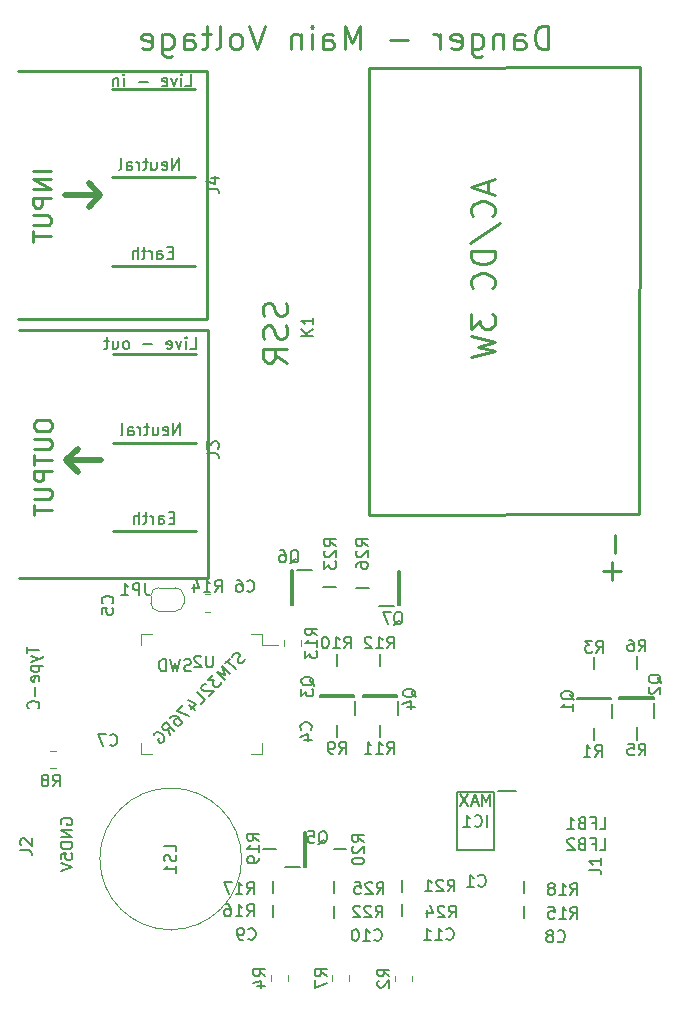
<source format=gbr>
%TF.GenerationSoftware,KiCad,Pcbnew,8.0.5*%
%TF.CreationDate,2024-12-10T19:27:58+01:00*%
%TF.ProjectId,OpenReflowPlate,4f70656e-5265-4666-9c6f-77506c617465,rev?*%
%TF.SameCoordinates,Original*%
%TF.FileFunction,Legend,Bot*%
%TF.FilePolarity,Positive*%
%FSLAX46Y46*%
G04 Gerber Fmt 4.6, Leading zero omitted, Abs format (unit mm)*
G04 Created by KiCad (PCBNEW 8.0.5) date 2024-12-10 19:27:58*
%MOMM*%
%LPD*%
G01*
G04 APERTURE LIST*
%ADD10C,0.250000*%
%ADD11C,0.500000*%
%ADD12C,0.150000*%
%ADD13C,0.120000*%
%ADD14C,0.200000*%
%ADD15C,0.100000*%
G04 APERTURE END LIST*
D10*
X142310000Y-49330000D02*
X119390000Y-49450000D01*
X97640000Y-58680000D02*
X104640000Y-58680000D01*
X105640000Y-70680000D02*
X105640000Y-49680000D01*
X97740000Y-81130000D02*
X104740000Y-81130000D01*
X89640000Y-70680000D02*
X104640000Y-70680000D01*
X97740000Y-73630000D02*
X104740000Y-73630000D01*
D11*
X96740000Y-82630000D02*
X93740000Y-82630000D01*
D10*
X104640000Y-70680000D02*
X105640000Y-70680000D01*
X142310000Y-49330000D02*
X142270000Y-87210000D01*
X97740000Y-88630000D02*
X104740000Y-88630000D01*
X105640000Y-49680000D02*
X89640000Y-49680000D01*
D11*
X93740000Y-82630000D02*
X94740000Y-81630000D01*
D10*
X119380000Y-87220000D02*
X119390000Y-49450000D01*
X142270000Y-87210000D02*
X119380000Y-87220000D01*
D11*
X96640000Y-60180000D02*
X95640000Y-59180000D01*
D10*
X97640000Y-66180000D02*
X104640000Y-66180000D01*
X105740000Y-92630000D02*
X105740000Y-71630000D01*
X105740000Y-71630000D02*
X89740000Y-71630000D01*
X89740000Y-92630000D02*
X105740000Y-92630000D01*
D11*
X96640000Y-60180000D02*
X95640000Y-61180000D01*
X93640000Y-60180000D02*
X96640000Y-60180000D01*
D10*
X97640000Y-51180000D02*
X104640000Y-51180000D01*
D11*
X93740000Y-82630000D02*
X94740000Y-83630000D01*
D10*
X91043428Y-79537330D02*
X91043428Y-79823044D01*
X91043428Y-79823044D02*
X91114857Y-79965901D01*
X91114857Y-79965901D02*
X91257714Y-80108758D01*
X91257714Y-80108758D02*
X91543428Y-80180187D01*
X91543428Y-80180187D02*
X92043428Y-80180187D01*
X92043428Y-80180187D02*
X92329142Y-80108758D01*
X92329142Y-80108758D02*
X92472000Y-79965901D01*
X92472000Y-79965901D02*
X92543428Y-79823044D01*
X92543428Y-79823044D02*
X92543428Y-79537330D01*
X92543428Y-79537330D02*
X92472000Y-79394473D01*
X92472000Y-79394473D02*
X92329142Y-79251615D01*
X92329142Y-79251615D02*
X92043428Y-79180187D01*
X92043428Y-79180187D02*
X91543428Y-79180187D01*
X91543428Y-79180187D02*
X91257714Y-79251615D01*
X91257714Y-79251615D02*
X91114857Y-79394473D01*
X91114857Y-79394473D02*
X91043428Y-79537330D01*
X91043428Y-80823044D02*
X92257714Y-80823044D01*
X92257714Y-80823044D02*
X92400571Y-80894473D01*
X92400571Y-80894473D02*
X92472000Y-80965902D01*
X92472000Y-80965902D02*
X92543428Y-81108759D01*
X92543428Y-81108759D02*
X92543428Y-81394473D01*
X92543428Y-81394473D02*
X92472000Y-81537330D01*
X92472000Y-81537330D02*
X92400571Y-81608759D01*
X92400571Y-81608759D02*
X92257714Y-81680187D01*
X92257714Y-81680187D02*
X91043428Y-81680187D01*
X91043428Y-82180188D02*
X91043428Y-83037331D01*
X92543428Y-82608759D02*
X91043428Y-82608759D01*
X92543428Y-83537330D02*
X91043428Y-83537330D01*
X91043428Y-83537330D02*
X91043428Y-84108759D01*
X91043428Y-84108759D02*
X91114857Y-84251616D01*
X91114857Y-84251616D02*
X91186285Y-84323045D01*
X91186285Y-84323045D02*
X91329142Y-84394473D01*
X91329142Y-84394473D02*
X91543428Y-84394473D01*
X91543428Y-84394473D02*
X91686285Y-84323045D01*
X91686285Y-84323045D02*
X91757714Y-84251616D01*
X91757714Y-84251616D02*
X91829142Y-84108759D01*
X91829142Y-84108759D02*
X91829142Y-83537330D01*
X91043428Y-85037330D02*
X92257714Y-85037330D01*
X92257714Y-85037330D02*
X92400571Y-85108759D01*
X92400571Y-85108759D02*
X92472000Y-85180188D01*
X92472000Y-85180188D02*
X92543428Y-85323045D01*
X92543428Y-85323045D02*
X92543428Y-85608759D01*
X92543428Y-85608759D02*
X92472000Y-85751616D01*
X92472000Y-85751616D02*
X92400571Y-85823045D01*
X92400571Y-85823045D02*
X92257714Y-85894473D01*
X92257714Y-85894473D02*
X91043428Y-85894473D01*
X91043428Y-86394474D02*
X91043428Y-87251617D01*
X92543428Y-86823045D02*
X91043428Y-86823045D01*
D12*
X93317438Y-113460588D02*
X93269819Y-113365350D01*
X93269819Y-113365350D02*
X93269819Y-113222493D01*
X93269819Y-113222493D02*
X93317438Y-113079636D01*
X93317438Y-113079636D02*
X93412676Y-112984398D01*
X93412676Y-112984398D02*
X93507914Y-112936779D01*
X93507914Y-112936779D02*
X93698390Y-112889160D01*
X93698390Y-112889160D02*
X93841247Y-112889160D01*
X93841247Y-112889160D02*
X94031723Y-112936779D01*
X94031723Y-112936779D02*
X94126961Y-112984398D01*
X94126961Y-112984398D02*
X94222200Y-113079636D01*
X94222200Y-113079636D02*
X94269819Y-113222493D01*
X94269819Y-113222493D02*
X94269819Y-113317731D01*
X94269819Y-113317731D02*
X94222200Y-113460588D01*
X94222200Y-113460588D02*
X94174580Y-113508207D01*
X94174580Y-113508207D02*
X93841247Y-113508207D01*
X93841247Y-113508207D02*
X93841247Y-113317731D01*
X94269819Y-113936779D02*
X93269819Y-113936779D01*
X93269819Y-113936779D02*
X94269819Y-114508207D01*
X94269819Y-114508207D02*
X93269819Y-114508207D01*
X94269819Y-114984398D02*
X93269819Y-114984398D01*
X93269819Y-114984398D02*
X93269819Y-115222493D01*
X93269819Y-115222493D02*
X93317438Y-115365350D01*
X93317438Y-115365350D02*
X93412676Y-115460588D01*
X93412676Y-115460588D02*
X93507914Y-115508207D01*
X93507914Y-115508207D02*
X93698390Y-115555826D01*
X93698390Y-115555826D02*
X93841247Y-115555826D01*
X93841247Y-115555826D02*
X94031723Y-115508207D01*
X94031723Y-115508207D02*
X94126961Y-115460588D01*
X94126961Y-115460588D02*
X94222200Y-115365350D01*
X94222200Y-115365350D02*
X94269819Y-115222493D01*
X94269819Y-115222493D02*
X94269819Y-114984398D01*
X103303220Y-58049819D02*
X103303220Y-57049819D01*
X103303220Y-57049819D02*
X102731792Y-58049819D01*
X102731792Y-58049819D02*
X102731792Y-57049819D01*
X101874649Y-58002200D02*
X101969887Y-58049819D01*
X101969887Y-58049819D02*
X102160363Y-58049819D01*
X102160363Y-58049819D02*
X102255601Y-58002200D01*
X102255601Y-58002200D02*
X102303220Y-57906961D01*
X102303220Y-57906961D02*
X102303220Y-57526009D01*
X102303220Y-57526009D02*
X102255601Y-57430771D01*
X102255601Y-57430771D02*
X102160363Y-57383152D01*
X102160363Y-57383152D02*
X101969887Y-57383152D01*
X101969887Y-57383152D02*
X101874649Y-57430771D01*
X101874649Y-57430771D02*
X101827030Y-57526009D01*
X101827030Y-57526009D02*
X101827030Y-57621247D01*
X101827030Y-57621247D02*
X102303220Y-57716485D01*
X100969887Y-57383152D02*
X100969887Y-58049819D01*
X101398458Y-57383152D02*
X101398458Y-57906961D01*
X101398458Y-57906961D02*
X101350839Y-58002200D01*
X101350839Y-58002200D02*
X101255601Y-58049819D01*
X101255601Y-58049819D02*
X101112744Y-58049819D01*
X101112744Y-58049819D02*
X101017506Y-58002200D01*
X101017506Y-58002200D02*
X100969887Y-57954580D01*
X100636553Y-57383152D02*
X100255601Y-57383152D01*
X100493696Y-57049819D02*
X100493696Y-57906961D01*
X100493696Y-57906961D02*
X100446077Y-58002200D01*
X100446077Y-58002200D02*
X100350839Y-58049819D01*
X100350839Y-58049819D02*
X100255601Y-58049819D01*
X99922267Y-58049819D02*
X99922267Y-57383152D01*
X99922267Y-57573628D02*
X99874648Y-57478390D01*
X99874648Y-57478390D02*
X99827029Y-57430771D01*
X99827029Y-57430771D02*
X99731791Y-57383152D01*
X99731791Y-57383152D02*
X99636553Y-57383152D01*
X98874648Y-58049819D02*
X98874648Y-57526009D01*
X98874648Y-57526009D02*
X98922267Y-57430771D01*
X98922267Y-57430771D02*
X99017505Y-57383152D01*
X99017505Y-57383152D02*
X99207981Y-57383152D01*
X99207981Y-57383152D02*
X99303219Y-57430771D01*
X98874648Y-58002200D02*
X98969886Y-58049819D01*
X98969886Y-58049819D02*
X99207981Y-58049819D01*
X99207981Y-58049819D02*
X99303219Y-58002200D01*
X99303219Y-58002200D02*
X99350838Y-57906961D01*
X99350838Y-57906961D02*
X99350838Y-57811723D01*
X99350838Y-57811723D02*
X99303219Y-57716485D01*
X99303219Y-57716485D02*
X99207981Y-57668866D01*
X99207981Y-57668866D02*
X98969886Y-57668866D01*
X98969886Y-57668866D02*
X98874648Y-57621247D01*
X98255600Y-58049819D02*
X98350838Y-58002200D01*
X98350838Y-58002200D02*
X98398457Y-57906961D01*
X98398457Y-57906961D02*
X98398457Y-57049819D01*
X129663220Y-111869819D02*
X129663220Y-110869819D01*
X129663220Y-110869819D02*
X129329887Y-111584104D01*
X129329887Y-111584104D02*
X128996554Y-110869819D01*
X128996554Y-110869819D02*
X128996554Y-111869819D01*
X128567982Y-111584104D02*
X128091792Y-111584104D01*
X128663220Y-111869819D02*
X128329887Y-110869819D01*
X128329887Y-110869819D02*
X127996554Y-111869819D01*
X127758458Y-110869819D02*
X127091792Y-111869819D01*
X127091792Y-110869819D02*
X127758458Y-111869819D01*
D10*
X112327000Y-69305425D02*
X112422238Y-69591139D01*
X112422238Y-69591139D02*
X112422238Y-70067330D01*
X112422238Y-70067330D02*
X112327000Y-70257806D01*
X112327000Y-70257806D02*
X112231761Y-70353044D01*
X112231761Y-70353044D02*
X112041285Y-70448282D01*
X112041285Y-70448282D02*
X111850809Y-70448282D01*
X111850809Y-70448282D02*
X111660333Y-70353044D01*
X111660333Y-70353044D02*
X111565095Y-70257806D01*
X111565095Y-70257806D02*
X111469857Y-70067330D01*
X111469857Y-70067330D02*
X111374619Y-69686377D01*
X111374619Y-69686377D02*
X111279380Y-69495901D01*
X111279380Y-69495901D02*
X111184142Y-69400663D01*
X111184142Y-69400663D02*
X110993666Y-69305425D01*
X110993666Y-69305425D02*
X110803190Y-69305425D01*
X110803190Y-69305425D02*
X110612714Y-69400663D01*
X110612714Y-69400663D02*
X110517476Y-69495901D01*
X110517476Y-69495901D02*
X110422238Y-69686377D01*
X110422238Y-69686377D02*
X110422238Y-70162568D01*
X110422238Y-70162568D02*
X110517476Y-70448282D01*
X112327000Y-71210187D02*
X112422238Y-71495901D01*
X112422238Y-71495901D02*
X112422238Y-71972092D01*
X112422238Y-71972092D02*
X112327000Y-72162568D01*
X112327000Y-72162568D02*
X112231761Y-72257806D01*
X112231761Y-72257806D02*
X112041285Y-72353044D01*
X112041285Y-72353044D02*
X111850809Y-72353044D01*
X111850809Y-72353044D02*
X111660333Y-72257806D01*
X111660333Y-72257806D02*
X111565095Y-72162568D01*
X111565095Y-72162568D02*
X111469857Y-71972092D01*
X111469857Y-71972092D02*
X111374619Y-71591139D01*
X111374619Y-71591139D02*
X111279380Y-71400663D01*
X111279380Y-71400663D02*
X111184142Y-71305425D01*
X111184142Y-71305425D02*
X110993666Y-71210187D01*
X110993666Y-71210187D02*
X110803190Y-71210187D01*
X110803190Y-71210187D02*
X110612714Y-71305425D01*
X110612714Y-71305425D02*
X110517476Y-71400663D01*
X110517476Y-71400663D02*
X110422238Y-71591139D01*
X110422238Y-71591139D02*
X110422238Y-72067330D01*
X110422238Y-72067330D02*
X110517476Y-72353044D01*
X112422238Y-74353044D02*
X111469857Y-73686377D01*
X112422238Y-73210187D02*
X110422238Y-73210187D01*
X110422238Y-73210187D02*
X110422238Y-73972092D01*
X110422238Y-73972092D02*
X110517476Y-74162568D01*
X110517476Y-74162568D02*
X110612714Y-74257806D01*
X110612714Y-74257806D02*
X110803190Y-74353044D01*
X110803190Y-74353044D02*
X111088904Y-74353044D01*
X111088904Y-74353044D02*
X111279380Y-74257806D01*
X111279380Y-74257806D02*
X111374619Y-74162568D01*
X111374619Y-74162568D02*
X111469857Y-73972092D01*
X111469857Y-73972092D02*
X111469857Y-73210187D01*
D12*
X104310839Y-100422200D02*
X104167982Y-100469819D01*
X104167982Y-100469819D02*
X103929887Y-100469819D01*
X103929887Y-100469819D02*
X103834649Y-100422200D01*
X103834649Y-100422200D02*
X103787030Y-100374580D01*
X103787030Y-100374580D02*
X103739411Y-100279342D01*
X103739411Y-100279342D02*
X103739411Y-100184104D01*
X103739411Y-100184104D02*
X103787030Y-100088866D01*
X103787030Y-100088866D02*
X103834649Y-100041247D01*
X103834649Y-100041247D02*
X103929887Y-99993628D01*
X103929887Y-99993628D02*
X104120363Y-99946009D01*
X104120363Y-99946009D02*
X104215601Y-99898390D01*
X104215601Y-99898390D02*
X104263220Y-99850771D01*
X104263220Y-99850771D02*
X104310839Y-99755533D01*
X104310839Y-99755533D02*
X104310839Y-99660295D01*
X104310839Y-99660295D02*
X104263220Y-99565057D01*
X104263220Y-99565057D02*
X104215601Y-99517438D01*
X104215601Y-99517438D02*
X104120363Y-99469819D01*
X104120363Y-99469819D02*
X103882268Y-99469819D01*
X103882268Y-99469819D02*
X103739411Y-99517438D01*
X103406077Y-99469819D02*
X103167982Y-100469819D01*
X103167982Y-100469819D02*
X102977506Y-99755533D01*
X102977506Y-99755533D02*
X102787030Y-100469819D01*
X102787030Y-100469819D02*
X102548935Y-99469819D01*
X102167982Y-100469819D02*
X102167982Y-99469819D01*
X102167982Y-99469819D02*
X101929887Y-99469819D01*
X101929887Y-99469819D02*
X101787030Y-99517438D01*
X101787030Y-99517438D02*
X101691792Y-99612676D01*
X101691792Y-99612676D02*
X101644173Y-99707914D01*
X101644173Y-99707914D02*
X101596554Y-99898390D01*
X101596554Y-99898390D02*
X101596554Y-100041247D01*
X101596554Y-100041247D02*
X101644173Y-100231723D01*
X101644173Y-100231723D02*
X101691792Y-100326961D01*
X101691792Y-100326961D02*
X101787030Y-100422200D01*
X101787030Y-100422200D02*
X101929887Y-100469819D01*
X101929887Y-100469819D02*
X102167982Y-100469819D01*
D10*
X140759336Y-91980333D02*
X139235527Y-91980333D01*
X139997431Y-92742238D02*
X139997431Y-91218428D01*
X140180333Y-88940663D02*
X140180333Y-90464473D01*
X134559336Y-47842238D02*
X134559336Y-45842238D01*
X134559336Y-45842238D02*
X134083146Y-45842238D01*
X134083146Y-45842238D02*
X133797431Y-45937476D01*
X133797431Y-45937476D02*
X133606955Y-46127952D01*
X133606955Y-46127952D02*
X133511717Y-46318428D01*
X133511717Y-46318428D02*
X133416479Y-46699380D01*
X133416479Y-46699380D02*
X133416479Y-46985095D01*
X133416479Y-46985095D02*
X133511717Y-47366047D01*
X133511717Y-47366047D02*
X133606955Y-47556523D01*
X133606955Y-47556523D02*
X133797431Y-47747000D01*
X133797431Y-47747000D02*
X134083146Y-47842238D01*
X134083146Y-47842238D02*
X134559336Y-47842238D01*
X131702193Y-47842238D02*
X131702193Y-46794619D01*
X131702193Y-46794619D02*
X131797431Y-46604142D01*
X131797431Y-46604142D02*
X131987907Y-46508904D01*
X131987907Y-46508904D02*
X132368860Y-46508904D01*
X132368860Y-46508904D02*
X132559336Y-46604142D01*
X131702193Y-47747000D02*
X131892669Y-47842238D01*
X131892669Y-47842238D02*
X132368860Y-47842238D01*
X132368860Y-47842238D02*
X132559336Y-47747000D01*
X132559336Y-47747000D02*
X132654574Y-47556523D01*
X132654574Y-47556523D02*
X132654574Y-47366047D01*
X132654574Y-47366047D02*
X132559336Y-47175571D01*
X132559336Y-47175571D02*
X132368860Y-47080333D01*
X132368860Y-47080333D02*
X131892669Y-47080333D01*
X131892669Y-47080333D02*
X131702193Y-46985095D01*
X130749812Y-46508904D02*
X130749812Y-47842238D01*
X130749812Y-46699380D02*
X130654574Y-46604142D01*
X130654574Y-46604142D02*
X130464098Y-46508904D01*
X130464098Y-46508904D02*
X130178383Y-46508904D01*
X130178383Y-46508904D02*
X129987907Y-46604142D01*
X129987907Y-46604142D02*
X129892669Y-46794619D01*
X129892669Y-46794619D02*
X129892669Y-47842238D01*
X128083145Y-46508904D02*
X128083145Y-48127952D01*
X128083145Y-48127952D02*
X128178383Y-48318428D01*
X128178383Y-48318428D02*
X128273621Y-48413666D01*
X128273621Y-48413666D02*
X128464098Y-48508904D01*
X128464098Y-48508904D02*
X128749812Y-48508904D01*
X128749812Y-48508904D02*
X128940288Y-48413666D01*
X128083145Y-47747000D02*
X128273621Y-47842238D01*
X128273621Y-47842238D02*
X128654574Y-47842238D01*
X128654574Y-47842238D02*
X128845050Y-47747000D01*
X128845050Y-47747000D02*
X128940288Y-47651761D01*
X128940288Y-47651761D02*
X129035526Y-47461285D01*
X129035526Y-47461285D02*
X129035526Y-46889857D01*
X129035526Y-46889857D02*
X128940288Y-46699380D01*
X128940288Y-46699380D02*
X128845050Y-46604142D01*
X128845050Y-46604142D02*
X128654574Y-46508904D01*
X128654574Y-46508904D02*
X128273621Y-46508904D01*
X128273621Y-46508904D02*
X128083145Y-46604142D01*
X126368859Y-47747000D02*
X126559335Y-47842238D01*
X126559335Y-47842238D02*
X126940288Y-47842238D01*
X126940288Y-47842238D02*
X127130764Y-47747000D01*
X127130764Y-47747000D02*
X127226002Y-47556523D01*
X127226002Y-47556523D02*
X127226002Y-46794619D01*
X127226002Y-46794619D02*
X127130764Y-46604142D01*
X127130764Y-46604142D02*
X126940288Y-46508904D01*
X126940288Y-46508904D02*
X126559335Y-46508904D01*
X126559335Y-46508904D02*
X126368859Y-46604142D01*
X126368859Y-46604142D02*
X126273621Y-46794619D01*
X126273621Y-46794619D02*
X126273621Y-46985095D01*
X126273621Y-46985095D02*
X127226002Y-47175571D01*
X125416478Y-47842238D02*
X125416478Y-46508904D01*
X125416478Y-46889857D02*
X125321240Y-46699380D01*
X125321240Y-46699380D02*
X125226002Y-46604142D01*
X125226002Y-46604142D02*
X125035526Y-46508904D01*
X125035526Y-46508904D02*
X124845049Y-46508904D01*
X122654573Y-47080333D02*
X121130764Y-47080333D01*
X118654573Y-47842238D02*
X118654573Y-45842238D01*
X118654573Y-45842238D02*
X117987906Y-47270809D01*
X117987906Y-47270809D02*
X117321240Y-45842238D01*
X117321240Y-45842238D02*
X117321240Y-47842238D01*
X115511716Y-47842238D02*
X115511716Y-46794619D01*
X115511716Y-46794619D02*
X115606954Y-46604142D01*
X115606954Y-46604142D02*
X115797430Y-46508904D01*
X115797430Y-46508904D02*
X116178383Y-46508904D01*
X116178383Y-46508904D02*
X116368859Y-46604142D01*
X115511716Y-47747000D02*
X115702192Y-47842238D01*
X115702192Y-47842238D02*
X116178383Y-47842238D01*
X116178383Y-47842238D02*
X116368859Y-47747000D01*
X116368859Y-47747000D02*
X116464097Y-47556523D01*
X116464097Y-47556523D02*
X116464097Y-47366047D01*
X116464097Y-47366047D02*
X116368859Y-47175571D01*
X116368859Y-47175571D02*
X116178383Y-47080333D01*
X116178383Y-47080333D02*
X115702192Y-47080333D01*
X115702192Y-47080333D02*
X115511716Y-46985095D01*
X114559335Y-47842238D02*
X114559335Y-46508904D01*
X114559335Y-45842238D02*
X114654573Y-45937476D01*
X114654573Y-45937476D02*
X114559335Y-46032714D01*
X114559335Y-46032714D02*
X114464097Y-45937476D01*
X114464097Y-45937476D02*
X114559335Y-45842238D01*
X114559335Y-45842238D02*
X114559335Y-46032714D01*
X113606954Y-46508904D02*
X113606954Y-47842238D01*
X113606954Y-46699380D02*
X113511716Y-46604142D01*
X113511716Y-46604142D02*
X113321240Y-46508904D01*
X113321240Y-46508904D02*
X113035525Y-46508904D01*
X113035525Y-46508904D02*
X112845049Y-46604142D01*
X112845049Y-46604142D02*
X112749811Y-46794619D01*
X112749811Y-46794619D02*
X112749811Y-47842238D01*
X110559334Y-45842238D02*
X109892668Y-47842238D01*
X109892668Y-47842238D02*
X109226001Y-45842238D01*
X108273620Y-47842238D02*
X108464096Y-47747000D01*
X108464096Y-47747000D02*
X108559334Y-47651761D01*
X108559334Y-47651761D02*
X108654572Y-47461285D01*
X108654572Y-47461285D02*
X108654572Y-46889857D01*
X108654572Y-46889857D02*
X108559334Y-46699380D01*
X108559334Y-46699380D02*
X108464096Y-46604142D01*
X108464096Y-46604142D02*
X108273620Y-46508904D01*
X108273620Y-46508904D02*
X107987905Y-46508904D01*
X107987905Y-46508904D02*
X107797429Y-46604142D01*
X107797429Y-46604142D02*
X107702191Y-46699380D01*
X107702191Y-46699380D02*
X107606953Y-46889857D01*
X107606953Y-46889857D02*
X107606953Y-47461285D01*
X107606953Y-47461285D02*
X107702191Y-47651761D01*
X107702191Y-47651761D02*
X107797429Y-47747000D01*
X107797429Y-47747000D02*
X107987905Y-47842238D01*
X107987905Y-47842238D02*
X108273620Y-47842238D01*
X106464096Y-47842238D02*
X106654572Y-47747000D01*
X106654572Y-47747000D02*
X106749810Y-47556523D01*
X106749810Y-47556523D02*
X106749810Y-45842238D01*
X105987905Y-46508904D02*
X105226001Y-46508904D01*
X105702191Y-45842238D02*
X105702191Y-47556523D01*
X105702191Y-47556523D02*
X105606953Y-47747000D01*
X105606953Y-47747000D02*
X105416477Y-47842238D01*
X105416477Y-47842238D02*
X105226001Y-47842238D01*
X103702191Y-47842238D02*
X103702191Y-46794619D01*
X103702191Y-46794619D02*
X103797429Y-46604142D01*
X103797429Y-46604142D02*
X103987905Y-46508904D01*
X103987905Y-46508904D02*
X104368858Y-46508904D01*
X104368858Y-46508904D02*
X104559334Y-46604142D01*
X103702191Y-47747000D02*
X103892667Y-47842238D01*
X103892667Y-47842238D02*
X104368858Y-47842238D01*
X104368858Y-47842238D02*
X104559334Y-47747000D01*
X104559334Y-47747000D02*
X104654572Y-47556523D01*
X104654572Y-47556523D02*
X104654572Y-47366047D01*
X104654572Y-47366047D02*
X104559334Y-47175571D01*
X104559334Y-47175571D02*
X104368858Y-47080333D01*
X104368858Y-47080333D02*
X103892667Y-47080333D01*
X103892667Y-47080333D02*
X103702191Y-46985095D01*
X101892667Y-46508904D02*
X101892667Y-48127952D01*
X101892667Y-48127952D02*
X101987905Y-48318428D01*
X101987905Y-48318428D02*
X102083143Y-48413666D01*
X102083143Y-48413666D02*
X102273620Y-48508904D01*
X102273620Y-48508904D02*
X102559334Y-48508904D01*
X102559334Y-48508904D02*
X102749810Y-48413666D01*
X101892667Y-47747000D02*
X102083143Y-47842238D01*
X102083143Y-47842238D02*
X102464096Y-47842238D01*
X102464096Y-47842238D02*
X102654572Y-47747000D01*
X102654572Y-47747000D02*
X102749810Y-47651761D01*
X102749810Y-47651761D02*
X102845048Y-47461285D01*
X102845048Y-47461285D02*
X102845048Y-46889857D01*
X102845048Y-46889857D02*
X102749810Y-46699380D01*
X102749810Y-46699380D02*
X102654572Y-46604142D01*
X102654572Y-46604142D02*
X102464096Y-46508904D01*
X102464096Y-46508904D02*
X102083143Y-46508904D01*
X102083143Y-46508904D02*
X101892667Y-46604142D01*
X100178381Y-47747000D02*
X100368857Y-47842238D01*
X100368857Y-47842238D02*
X100749810Y-47842238D01*
X100749810Y-47842238D02*
X100940286Y-47747000D01*
X100940286Y-47747000D02*
X101035524Y-47556523D01*
X101035524Y-47556523D02*
X101035524Y-46794619D01*
X101035524Y-46794619D02*
X100940286Y-46604142D01*
X100940286Y-46604142D02*
X100749810Y-46508904D01*
X100749810Y-46508904D02*
X100368857Y-46508904D01*
X100368857Y-46508904D02*
X100178381Y-46604142D01*
X100178381Y-46604142D02*
X100083143Y-46794619D01*
X100083143Y-46794619D02*
X100083143Y-46985095D01*
X100083143Y-46985095D02*
X101035524Y-47175571D01*
D12*
X104227030Y-73199819D02*
X104703220Y-73199819D01*
X104703220Y-73199819D02*
X104703220Y-72199819D01*
X103893696Y-73199819D02*
X103893696Y-72533152D01*
X103893696Y-72199819D02*
X103941315Y-72247438D01*
X103941315Y-72247438D02*
X103893696Y-72295057D01*
X103893696Y-72295057D02*
X103846077Y-72247438D01*
X103846077Y-72247438D02*
X103893696Y-72199819D01*
X103893696Y-72199819D02*
X103893696Y-72295057D01*
X103512744Y-72533152D02*
X103274649Y-73199819D01*
X103274649Y-73199819D02*
X103036554Y-72533152D01*
X102274649Y-73152200D02*
X102369887Y-73199819D01*
X102369887Y-73199819D02*
X102560363Y-73199819D01*
X102560363Y-73199819D02*
X102655601Y-73152200D01*
X102655601Y-73152200D02*
X102703220Y-73056961D01*
X102703220Y-73056961D02*
X102703220Y-72676009D01*
X102703220Y-72676009D02*
X102655601Y-72580771D01*
X102655601Y-72580771D02*
X102560363Y-72533152D01*
X102560363Y-72533152D02*
X102369887Y-72533152D01*
X102369887Y-72533152D02*
X102274649Y-72580771D01*
X102274649Y-72580771D02*
X102227030Y-72676009D01*
X102227030Y-72676009D02*
X102227030Y-72771247D01*
X102227030Y-72771247D02*
X102703220Y-72866485D01*
X101036553Y-72818866D02*
X100274649Y-72818866D01*
X98893696Y-73199819D02*
X98988934Y-73152200D01*
X98988934Y-73152200D02*
X99036553Y-73104580D01*
X99036553Y-73104580D02*
X99084172Y-73009342D01*
X99084172Y-73009342D02*
X99084172Y-72723628D01*
X99084172Y-72723628D02*
X99036553Y-72628390D01*
X99036553Y-72628390D02*
X98988934Y-72580771D01*
X98988934Y-72580771D02*
X98893696Y-72533152D01*
X98893696Y-72533152D02*
X98750839Y-72533152D01*
X98750839Y-72533152D02*
X98655601Y-72580771D01*
X98655601Y-72580771D02*
X98607982Y-72628390D01*
X98607982Y-72628390D02*
X98560363Y-72723628D01*
X98560363Y-72723628D02*
X98560363Y-73009342D01*
X98560363Y-73009342D02*
X98607982Y-73104580D01*
X98607982Y-73104580D02*
X98655601Y-73152200D01*
X98655601Y-73152200D02*
X98750839Y-73199819D01*
X98750839Y-73199819D02*
X98893696Y-73199819D01*
X97703220Y-72533152D02*
X97703220Y-73199819D01*
X98131791Y-72533152D02*
X98131791Y-73056961D01*
X98131791Y-73056961D02*
X98084172Y-73152200D01*
X98084172Y-73152200D02*
X97988934Y-73199819D01*
X97988934Y-73199819D02*
X97846077Y-73199819D01*
X97846077Y-73199819D02*
X97750839Y-73152200D01*
X97750839Y-73152200D02*
X97703220Y-73104580D01*
X97369886Y-72533152D02*
X96988934Y-72533152D01*
X97227029Y-72199819D02*
X97227029Y-73056961D01*
X97227029Y-73056961D02*
X97179410Y-73152200D01*
X97179410Y-73152200D02*
X97084172Y-73199819D01*
X97084172Y-73199819D02*
X96988934Y-73199819D01*
X102903220Y-87476009D02*
X102569887Y-87476009D01*
X102427030Y-87999819D02*
X102903220Y-87999819D01*
X102903220Y-87999819D02*
X102903220Y-86999819D01*
X102903220Y-86999819D02*
X102427030Y-86999819D01*
X101569887Y-87999819D02*
X101569887Y-87476009D01*
X101569887Y-87476009D02*
X101617506Y-87380771D01*
X101617506Y-87380771D02*
X101712744Y-87333152D01*
X101712744Y-87333152D02*
X101903220Y-87333152D01*
X101903220Y-87333152D02*
X101998458Y-87380771D01*
X101569887Y-87952200D02*
X101665125Y-87999819D01*
X101665125Y-87999819D02*
X101903220Y-87999819D01*
X101903220Y-87999819D02*
X101998458Y-87952200D01*
X101998458Y-87952200D02*
X102046077Y-87856961D01*
X102046077Y-87856961D02*
X102046077Y-87761723D01*
X102046077Y-87761723D02*
X101998458Y-87666485D01*
X101998458Y-87666485D02*
X101903220Y-87618866D01*
X101903220Y-87618866D02*
X101665125Y-87618866D01*
X101665125Y-87618866D02*
X101569887Y-87571247D01*
X101093696Y-87999819D02*
X101093696Y-87333152D01*
X101093696Y-87523628D02*
X101046077Y-87428390D01*
X101046077Y-87428390D02*
X100998458Y-87380771D01*
X100998458Y-87380771D02*
X100903220Y-87333152D01*
X100903220Y-87333152D02*
X100807982Y-87333152D01*
X100617505Y-87333152D02*
X100236553Y-87333152D01*
X100474648Y-86999819D02*
X100474648Y-87856961D01*
X100474648Y-87856961D02*
X100427029Y-87952200D01*
X100427029Y-87952200D02*
X100331791Y-87999819D01*
X100331791Y-87999819D02*
X100236553Y-87999819D01*
X99903219Y-87999819D02*
X99903219Y-86999819D01*
X99474648Y-87999819D02*
X99474648Y-87476009D01*
X99474648Y-87476009D02*
X99522267Y-87380771D01*
X99522267Y-87380771D02*
X99617505Y-87333152D01*
X99617505Y-87333152D02*
X99760362Y-87333152D01*
X99760362Y-87333152D02*
X99855600Y-87380771D01*
X99855600Y-87380771D02*
X99903219Y-87428390D01*
X93269819Y-116412969D02*
X93269819Y-115936779D01*
X93269819Y-115936779D02*
X93746009Y-115889160D01*
X93746009Y-115889160D02*
X93698390Y-115936779D01*
X93698390Y-115936779D02*
X93650771Y-116032017D01*
X93650771Y-116032017D02*
X93650771Y-116270112D01*
X93650771Y-116270112D02*
X93698390Y-116365350D01*
X93698390Y-116365350D02*
X93746009Y-116412969D01*
X93746009Y-116412969D02*
X93841247Y-116460588D01*
X93841247Y-116460588D02*
X94079342Y-116460588D01*
X94079342Y-116460588D02*
X94174580Y-116412969D01*
X94174580Y-116412969D02*
X94222200Y-116365350D01*
X94222200Y-116365350D02*
X94269819Y-116270112D01*
X94269819Y-116270112D02*
X94269819Y-116032017D01*
X94269819Y-116032017D02*
X94222200Y-115936779D01*
X94222200Y-115936779D02*
X94174580Y-115889160D01*
X93269819Y-116746303D02*
X94269819Y-117079636D01*
X94269819Y-117079636D02*
X93269819Y-117412969D01*
X103403220Y-80499819D02*
X103403220Y-79499819D01*
X103403220Y-79499819D02*
X102831792Y-80499819D01*
X102831792Y-80499819D02*
X102831792Y-79499819D01*
X101974649Y-80452200D02*
X102069887Y-80499819D01*
X102069887Y-80499819D02*
X102260363Y-80499819D01*
X102260363Y-80499819D02*
X102355601Y-80452200D01*
X102355601Y-80452200D02*
X102403220Y-80356961D01*
X102403220Y-80356961D02*
X102403220Y-79976009D01*
X102403220Y-79976009D02*
X102355601Y-79880771D01*
X102355601Y-79880771D02*
X102260363Y-79833152D01*
X102260363Y-79833152D02*
X102069887Y-79833152D01*
X102069887Y-79833152D02*
X101974649Y-79880771D01*
X101974649Y-79880771D02*
X101927030Y-79976009D01*
X101927030Y-79976009D02*
X101927030Y-80071247D01*
X101927030Y-80071247D02*
X102403220Y-80166485D01*
X101069887Y-79833152D02*
X101069887Y-80499819D01*
X101498458Y-79833152D02*
X101498458Y-80356961D01*
X101498458Y-80356961D02*
X101450839Y-80452200D01*
X101450839Y-80452200D02*
X101355601Y-80499819D01*
X101355601Y-80499819D02*
X101212744Y-80499819D01*
X101212744Y-80499819D02*
X101117506Y-80452200D01*
X101117506Y-80452200D02*
X101069887Y-80404580D01*
X100736553Y-79833152D02*
X100355601Y-79833152D01*
X100593696Y-79499819D02*
X100593696Y-80356961D01*
X100593696Y-80356961D02*
X100546077Y-80452200D01*
X100546077Y-80452200D02*
X100450839Y-80499819D01*
X100450839Y-80499819D02*
X100355601Y-80499819D01*
X100022267Y-80499819D02*
X100022267Y-79833152D01*
X100022267Y-80023628D02*
X99974648Y-79928390D01*
X99974648Y-79928390D02*
X99927029Y-79880771D01*
X99927029Y-79880771D02*
X99831791Y-79833152D01*
X99831791Y-79833152D02*
X99736553Y-79833152D01*
X98974648Y-80499819D02*
X98974648Y-79976009D01*
X98974648Y-79976009D02*
X99022267Y-79880771D01*
X99022267Y-79880771D02*
X99117505Y-79833152D01*
X99117505Y-79833152D02*
X99307981Y-79833152D01*
X99307981Y-79833152D02*
X99403219Y-79880771D01*
X98974648Y-80452200D02*
X99069886Y-80499819D01*
X99069886Y-80499819D02*
X99307981Y-80499819D01*
X99307981Y-80499819D02*
X99403219Y-80452200D01*
X99403219Y-80452200D02*
X99450838Y-80356961D01*
X99450838Y-80356961D02*
X99450838Y-80261723D01*
X99450838Y-80261723D02*
X99403219Y-80166485D01*
X99403219Y-80166485D02*
X99307981Y-80118866D01*
X99307981Y-80118866D02*
X99069886Y-80118866D01*
X99069886Y-80118866D02*
X98974648Y-80071247D01*
X98355600Y-80499819D02*
X98450838Y-80452200D01*
X98450838Y-80452200D02*
X98498457Y-80356961D01*
X98498457Y-80356961D02*
X98498457Y-79499819D01*
X108869809Y-99478743D02*
X108802465Y-99613430D01*
X108802465Y-99613430D02*
X108634107Y-99781789D01*
X108634107Y-99781789D02*
X108533091Y-99815461D01*
X108533091Y-99815461D02*
X108465748Y-99815461D01*
X108465748Y-99815461D02*
X108364733Y-99781789D01*
X108364733Y-99781789D02*
X108297389Y-99714445D01*
X108297389Y-99714445D02*
X108263717Y-99613430D01*
X108263717Y-99613430D02*
X108263717Y-99546087D01*
X108263717Y-99546087D02*
X108297389Y-99445071D01*
X108297389Y-99445071D02*
X108398404Y-99276713D01*
X108398404Y-99276713D02*
X108432076Y-99175697D01*
X108432076Y-99175697D02*
X108432076Y-99108354D01*
X108432076Y-99108354D02*
X108398404Y-99007339D01*
X108398404Y-99007339D02*
X108331061Y-98939995D01*
X108331061Y-98939995D02*
X108230046Y-98906323D01*
X108230046Y-98906323D02*
X108162702Y-98906323D01*
X108162702Y-98906323D02*
X108061687Y-98939995D01*
X108061687Y-98939995D02*
X107893328Y-99108354D01*
X107893328Y-99108354D02*
X107825984Y-99243041D01*
X107590282Y-99411400D02*
X107186221Y-99815461D01*
X108095358Y-100320537D02*
X107388252Y-99613430D01*
X107657626Y-100758270D02*
X106950519Y-100051163D01*
X106950519Y-100051163D02*
X107219893Y-100791942D01*
X107219893Y-100791942D02*
X106479114Y-100522568D01*
X106479114Y-100522568D02*
X107186221Y-101229674D01*
X106209740Y-100791941D02*
X105772008Y-101229674D01*
X105772008Y-101229674D02*
X106277084Y-101263346D01*
X106277084Y-101263346D02*
X106176069Y-101364361D01*
X106176069Y-101364361D02*
X106142397Y-101465376D01*
X106142397Y-101465376D02*
X106142397Y-101532720D01*
X106142397Y-101532720D02*
X106176069Y-101633735D01*
X106176069Y-101633735D02*
X106344427Y-101802094D01*
X106344427Y-101802094D02*
X106445443Y-101835766D01*
X106445443Y-101835766D02*
X106512786Y-101835766D01*
X106512786Y-101835766D02*
X106613801Y-101802094D01*
X106613801Y-101802094D02*
X106815832Y-101600063D01*
X106815832Y-101600063D02*
X106849504Y-101499048D01*
X106849504Y-101499048D02*
X106849504Y-101431705D01*
X105569977Y-101566392D02*
X105502633Y-101566392D01*
X105502633Y-101566392D02*
X105401618Y-101600064D01*
X105401618Y-101600064D02*
X105233259Y-101768422D01*
X105233259Y-101768422D02*
X105199588Y-101869438D01*
X105199588Y-101869438D02*
X105199588Y-101936781D01*
X105199588Y-101936781D02*
X105233259Y-102037796D01*
X105233259Y-102037796D02*
X105300603Y-102105140D01*
X105300603Y-102105140D02*
X105435290Y-102172483D01*
X105435290Y-102172483D02*
X106243412Y-102172483D01*
X106243412Y-102172483D02*
X105805679Y-102610216D01*
X105165916Y-103249979D02*
X105502633Y-102913262D01*
X105502633Y-102913262D02*
X104795527Y-102206155D01*
X104155763Y-103317323D02*
X104627168Y-103788728D01*
X104054748Y-102879590D02*
X104728183Y-103216308D01*
X104728183Y-103216308D02*
X104290450Y-103654041D01*
X103617015Y-103384667D02*
X103145611Y-103856071D01*
X103145611Y-103856071D02*
X104155763Y-104260132D01*
X102573191Y-104428491D02*
X102707878Y-104293804D01*
X102707878Y-104293804D02*
X102808893Y-104260132D01*
X102808893Y-104260132D02*
X102876237Y-104260132D01*
X102876237Y-104260132D02*
X103044595Y-104293804D01*
X103044595Y-104293804D02*
X103212954Y-104394819D01*
X103212954Y-104394819D02*
X103482328Y-104664193D01*
X103482328Y-104664193D02*
X103516000Y-104765208D01*
X103516000Y-104765208D02*
X103516000Y-104832552D01*
X103516000Y-104832552D02*
X103482328Y-104933567D01*
X103482328Y-104933567D02*
X103347641Y-105068254D01*
X103347641Y-105068254D02*
X103246626Y-105101926D01*
X103246626Y-105101926D02*
X103179282Y-105101926D01*
X103179282Y-105101926D02*
X103078267Y-105068254D01*
X103078267Y-105068254D02*
X102909908Y-104899895D01*
X102909908Y-104899895D02*
X102876237Y-104798880D01*
X102876237Y-104798880D02*
X102876237Y-104731537D01*
X102876237Y-104731537D02*
X102909908Y-104630521D01*
X102909908Y-104630521D02*
X103044595Y-104495834D01*
X103044595Y-104495834D02*
X103145611Y-104462163D01*
X103145611Y-104462163D02*
X103212954Y-104462163D01*
X103212954Y-104462163D02*
X103313969Y-104495834D01*
X102505847Y-105910048D02*
X102404832Y-105337628D01*
X102909908Y-105505987D02*
X102202802Y-104798880D01*
X102202802Y-104798880D02*
X101933428Y-105068254D01*
X101933428Y-105068254D02*
X101899756Y-105169269D01*
X101899756Y-105169269D02*
X101899756Y-105236613D01*
X101899756Y-105236613D02*
X101933428Y-105337628D01*
X101933428Y-105337628D02*
X102034443Y-105438643D01*
X102034443Y-105438643D02*
X102135458Y-105472315D01*
X102135458Y-105472315D02*
X102202802Y-105472315D01*
X102202802Y-105472315D02*
X102303817Y-105438643D01*
X102303817Y-105438643D02*
X102573191Y-105169269D01*
X101158977Y-105910048D02*
X101192649Y-105809033D01*
X101192649Y-105809033D02*
X101293664Y-105708017D01*
X101293664Y-105708017D02*
X101428351Y-105640674D01*
X101428351Y-105640674D02*
X101563038Y-105640674D01*
X101563038Y-105640674D02*
X101664054Y-105674346D01*
X101664054Y-105674346D02*
X101832412Y-105775361D01*
X101832412Y-105775361D02*
X101933428Y-105876376D01*
X101933428Y-105876376D02*
X102034443Y-106044735D01*
X102034443Y-106044735D02*
X102068115Y-106145750D01*
X102068115Y-106145750D02*
X102068115Y-106280437D01*
X102068115Y-106280437D02*
X102000771Y-106415124D01*
X102000771Y-106415124D02*
X101933428Y-106482468D01*
X101933428Y-106482468D02*
X101798741Y-106549811D01*
X101798741Y-106549811D02*
X101731397Y-106549811D01*
X101731397Y-106549811D02*
X101495695Y-106314109D01*
X101495695Y-106314109D02*
X101630382Y-106179422D01*
X103827030Y-50949819D02*
X104303220Y-50949819D01*
X104303220Y-50949819D02*
X104303220Y-49949819D01*
X103493696Y-50949819D02*
X103493696Y-50283152D01*
X103493696Y-49949819D02*
X103541315Y-49997438D01*
X103541315Y-49997438D02*
X103493696Y-50045057D01*
X103493696Y-50045057D02*
X103446077Y-49997438D01*
X103446077Y-49997438D02*
X103493696Y-49949819D01*
X103493696Y-49949819D02*
X103493696Y-50045057D01*
X103112744Y-50283152D02*
X102874649Y-50949819D01*
X102874649Y-50949819D02*
X102636554Y-50283152D01*
X101874649Y-50902200D02*
X101969887Y-50949819D01*
X101969887Y-50949819D02*
X102160363Y-50949819D01*
X102160363Y-50949819D02*
X102255601Y-50902200D01*
X102255601Y-50902200D02*
X102303220Y-50806961D01*
X102303220Y-50806961D02*
X102303220Y-50426009D01*
X102303220Y-50426009D02*
X102255601Y-50330771D01*
X102255601Y-50330771D02*
X102160363Y-50283152D01*
X102160363Y-50283152D02*
X101969887Y-50283152D01*
X101969887Y-50283152D02*
X101874649Y-50330771D01*
X101874649Y-50330771D02*
X101827030Y-50426009D01*
X101827030Y-50426009D02*
X101827030Y-50521247D01*
X101827030Y-50521247D02*
X102303220Y-50616485D01*
X100636553Y-50568866D02*
X99874649Y-50568866D01*
X98636553Y-50949819D02*
X98636553Y-50283152D01*
X98636553Y-49949819D02*
X98684172Y-49997438D01*
X98684172Y-49997438D02*
X98636553Y-50045057D01*
X98636553Y-50045057D02*
X98588934Y-49997438D01*
X98588934Y-49997438D02*
X98636553Y-49949819D01*
X98636553Y-49949819D02*
X98636553Y-50045057D01*
X98160363Y-50283152D02*
X98160363Y-50949819D01*
X98160363Y-50378390D02*
X98112744Y-50330771D01*
X98112744Y-50330771D02*
X98017506Y-50283152D01*
X98017506Y-50283152D02*
X97874649Y-50283152D01*
X97874649Y-50283152D02*
X97779411Y-50330771D01*
X97779411Y-50330771D02*
X97731792Y-50426009D01*
X97731792Y-50426009D02*
X97731792Y-50949819D01*
D10*
X92443428Y-58101615D02*
X90943428Y-58101615D01*
X92443428Y-58815901D02*
X90943428Y-58815901D01*
X90943428Y-58815901D02*
X92443428Y-59673044D01*
X92443428Y-59673044D02*
X90943428Y-59673044D01*
X92443428Y-60387330D02*
X90943428Y-60387330D01*
X90943428Y-60387330D02*
X90943428Y-60958759D01*
X90943428Y-60958759D02*
X91014857Y-61101616D01*
X91014857Y-61101616D02*
X91086285Y-61173045D01*
X91086285Y-61173045D02*
X91229142Y-61244473D01*
X91229142Y-61244473D02*
X91443428Y-61244473D01*
X91443428Y-61244473D02*
X91586285Y-61173045D01*
X91586285Y-61173045D02*
X91657714Y-61101616D01*
X91657714Y-61101616D02*
X91729142Y-60958759D01*
X91729142Y-60958759D02*
X91729142Y-60387330D01*
X90943428Y-61887330D02*
X92157714Y-61887330D01*
X92157714Y-61887330D02*
X92300571Y-61958759D01*
X92300571Y-61958759D02*
X92372000Y-62030188D01*
X92372000Y-62030188D02*
X92443428Y-62173045D01*
X92443428Y-62173045D02*
X92443428Y-62458759D01*
X92443428Y-62458759D02*
X92372000Y-62601616D01*
X92372000Y-62601616D02*
X92300571Y-62673045D01*
X92300571Y-62673045D02*
X92157714Y-62744473D01*
X92157714Y-62744473D02*
X90943428Y-62744473D01*
X90943428Y-63244474D02*
X90943428Y-64101617D01*
X92443428Y-63673045D02*
X90943428Y-63673045D01*
D12*
X102803220Y-65026009D02*
X102469887Y-65026009D01*
X102327030Y-65549819D02*
X102803220Y-65549819D01*
X102803220Y-65549819D02*
X102803220Y-64549819D01*
X102803220Y-64549819D02*
X102327030Y-64549819D01*
X101469887Y-65549819D02*
X101469887Y-65026009D01*
X101469887Y-65026009D02*
X101517506Y-64930771D01*
X101517506Y-64930771D02*
X101612744Y-64883152D01*
X101612744Y-64883152D02*
X101803220Y-64883152D01*
X101803220Y-64883152D02*
X101898458Y-64930771D01*
X101469887Y-65502200D02*
X101565125Y-65549819D01*
X101565125Y-65549819D02*
X101803220Y-65549819D01*
X101803220Y-65549819D02*
X101898458Y-65502200D01*
X101898458Y-65502200D02*
X101946077Y-65406961D01*
X101946077Y-65406961D02*
X101946077Y-65311723D01*
X101946077Y-65311723D02*
X101898458Y-65216485D01*
X101898458Y-65216485D02*
X101803220Y-65168866D01*
X101803220Y-65168866D02*
X101565125Y-65168866D01*
X101565125Y-65168866D02*
X101469887Y-65121247D01*
X100993696Y-65549819D02*
X100993696Y-64883152D01*
X100993696Y-65073628D02*
X100946077Y-64978390D01*
X100946077Y-64978390D02*
X100898458Y-64930771D01*
X100898458Y-64930771D02*
X100803220Y-64883152D01*
X100803220Y-64883152D02*
X100707982Y-64883152D01*
X100517505Y-64883152D02*
X100136553Y-64883152D01*
X100374648Y-64549819D02*
X100374648Y-65406961D01*
X100374648Y-65406961D02*
X100327029Y-65502200D01*
X100327029Y-65502200D02*
X100231791Y-65549819D01*
X100231791Y-65549819D02*
X100136553Y-65549819D01*
X99803219Y-65549819D02*
X99803219Y-64549819D01*
X99374648Y-65549819D02*
X99374648Y-65026009D01*
X99374648Y-65026009D02*
X99422267Y-64930771D01*
X99422267Y-64930771D02*
X99517505Y-64883152D01*
X99517505Y-64883152D02*
X99660362Y-64883152D01*
X99660362Y-64883152D02*
X99755600Y-64930771D01*
X99755600Y-64930771D02*
X99803219Y-64978390D01*
X90469819Y-98393922D02*
X90469819Y-98965350D01*
X91469819Y-98679636D02*
X90469819Y-98679636D01*
X90803152Y-99203446D02*
X91469819Y-99441541D01*
X90803152Y-99679636D02*
X91469819Y-99441541D01*
X91469819Y-99441541D02*
X91707914Y-99346303D01*
X91707914Y-99346303D02*
X91755533Y-99298684D01*
X91755533Y-99298684D02*
X91803152Y-99203446D01*
X90803152Y-100060589D02*
X91803152Y-100060589D01*
X90850771Y-100060589D02*
X90803152Y-100155827D01*
X90803152Y-100155827D02*
X90803152Y-100346303D01*
X90803152Y-100346303D02*
X90850771Y-100441541D01*
X90850771Y-100441541D02*
X90898390Y-100489160D01*
X90898390Y-100489160D02*
X90993628Y-100536779D01*
X90993628Y-100536779D02*
X91279342Y-100536779D01*
X91279342Y-100536779D02*
X91374580Y-100489160D01*
X91374580Y-100489160D02*
X91422200Y-100441541D01*
X91422200Y-100441541D02*
X91469819Y-100346303D01*
X91469819Y-100346303D02*
X91469819Y-100155827D01*
X91469819Y-100155827D02*
X91422200Y-100060589D01*
X91422200Y-101346303D02*
X91469819Y-101251065D01*
X91469819Y-101251065D02*
X91469819Y-101060589D01*
X91469819Y-101060589D02*
X91422200Y-100965351D01*
X91422200Y-100965351D02*
X91326961Y-100917732D01*
X91326961Y-100917732D02*
X90946009Y-100917732D01*
X90946009Y-100917732D02*
X90850771Y-100965351D01*
X90850771Y-100965351D02*
X90803152Y-101060589D01*
X90803152Y-101060589D02*
X90803152Y-101251065D01*
X90803152Y-101251065D02*
X90850771Y-101346303D01*
X90850771Y-101346303D02*
X90946009Y-101393922D01*
X90946009Y-101393922D02*
X91041247Y-101393922D01*
X91041247Y-101393922D02*
X91136485Y-100917732D01*
X91088866Y-101822494D02*
X91088866Y-102584399D01*
X91374580Y-103632017D02*
X91422200Y-103584398D01*
X91422200Y-103584398D02*
X91469819Y-103441541D01*
X91469819Y-103441541D02*
X91469819Y-103346303D01*
X91469819Y-103346303D02*
X91422200Y-103203446D01*
X91422200Y-103203446D02*
X91326961Y-103108208D01*
X91326961Y-103108208D02*
X91231723Y-103060589D01*
X91231723Y-103060589D02*
X91041247Y-103012970D01*
X91041247Y-103012970D02*
X90898390Y-103012970D01*
X90898390Y-103012970D02*
X90707914Y-103060589D01*
X90707914Y-103060589D02*
X90612676Y-103108208D01*
X90612676Y-103108208D02*
X90517438Y-103203446D01*
X90517438Y-103203446D02*
X90469819Y-103346303D01*
X90469819Y-103346303D02*
X90469819Y-103441541D01*
X90469819Y-103441541D02*
X90517438Y-103584398D01*
X90517438Y-103584398D02*
X90565057Y-103632017D01*
D10*
X129460809Y-58995425D02*
X129460809Y-59947806D01*
X130032238Y-58804949D02*
X128032238Y-59471615D01*
X128032238Y-59471615D02*
X130032238Y-60138282D01*
X129841761Y-61947806D02*
X129937000Y-61852568D01*
X129937000Y-61852568D02*
X130032238Y-61566854D01*
X130032238Y-61566854D02*
X130032238Y-61376378D01*
X130032238Y-61376378D02*
X129937000Y-61090663D01*
X129937000Y-61090663D02*
X129746523Y-60900187D01*
X129746523Y-60900187D02*
X129556047Y-60804949D01*
X129556047Y-60804949D02*
X129175095Y-60709711D01*
X129175095Y-60709711D02*
X128889380Y-60709711D01*
X128889380Y-60709711D02*
X128508428Y-60804949D01*
X128508428Y-60804949D02*
X128317952Y-60900187D01*
X128317952Y-60900187D02*
X128127476Y-61090663D01*
X128127476Y-61090663D02*
X128032238Y-61376378D01*
X128032238Y-61376378D02*
X128032238Y-61566854D01*
X128032238Y-61566854D02*
X128127476Y-61852568D01*
X128127476Y-61852568D02*
X128222714Y-61947806D01*
X127937000Y-64233520D02*
X130508428Y-62519235D01*
X130032238Y-64900187D02*
X128032238Y-64900187D01*
X128032238Y-64900187D02*
X128032238Y-65376377D01*
X128032238Y-65376377D02*
X128127476Y-65662092D01*
X128127476Y-65662092D02*
X128317952Y-65852568D01*
X128317952Y-65852568D02*
X128508428Y-65947806D01*
X128508428Y-65947806D02*
X128889380Y-66043044D01*
X128889380Y-66043044D02*
X129175095Y-66043044D01*
X129175095Y-66043044D02*
X129556047Y-65947806D01*
X129556047Y-65947806D02*
X129746523Y-65852568D01*
X129746523Y-65852568D02*
X129937000Y-65662092D01*
X129937000Y-65662092D02*
X130032238Y-65376377D01*
X130032238Y-65376377D02*
X130032238Y-64900187D01*
X129841761Y-68043044D02*
X129937000Y-67947806D01*
X129937000Y-67947806D02*
X130032238Y-67662092D01*
X130032238Y-67662092D02*
X130032238Y-67471616D01*
X130032238Y-67471616D02*
X129937000Y-67185901D01*
X129937000Y-67185901D02*
X129746523Y-66995425D01*
X129746523Y-66995425D02*
X129556047Y-66900187D01*
X129556047Y-66900187D02*
X129175095Y-66804949D01*
X129175095Y-66804949D02*
X128889380Y-66804949D01*
X128889380Y-66804949D02*
X128508428Y-66900187D01*
X128508428Y-66900187D02*
X128317952Y-66995425D01*
X128317952Y-66995425D02*
X128127476Y-67185901D01*
X128127476Y-67185901D02*
X128032238Y-67471616D01*
X128032238Y-67471616D02*
X128032238Y-67662092D01*
X128032238Y-67662092D02*
X128127476Y-67947806D01*
X128127476Y-67947806D02*
X128222714Y-68043044D01*
X128032238Y-70233521D02*
X128032238Y-71471616D01*
X128032238Y-71471616D02*
X128794142Y-70804949D01*
X128794142Y-70804949D02*
X128794142Y-71090664D01*
X128794142Y-71090664D02*
X128889380Y-71281140D01*
X128889380Y-71281140D02*
X128984619Y-71376378D01*
X128984619Y-71376378D02*
X129175095Y-71471616D01*
X129175095Y-71471616D02*
X129651285Y-71471616D01*
X129651285Y-71471616D02*
X129841761Y-71376378D01*
X129841761Y-71376378D02*
X129937000Y-71281140D01*
X129937000Y-71281140D02*
X130032238Y-71090664D01*
X130032238Y-71090664D02*
X130032238Y-70519235D01*
X130032238Y-70519235D02*
X129937000Y-70328759D01*
X129937000Y-70328759D02*
X129841761Y-70233521D01*
X128032238Y-72138283D02*
X130032238Y-72614473D01*
X130032238Y-72614473D02*
X128603666Y-72995426D01*
X128603666Y-72995426D02*
X130032238Y-73376378D01*
X130032238Y-73376378D02*
X128032238Y-73852569D01*
D12*
X105664819Y-82033333D02*
X106379104Y-82033333D01*
X106379104Y-82033333D02*
X106521961Y-82080952D01*
X106521961Y-82080952D02*
X106617200Y-82176190D01*
X106617200Y-82176190D02*
X106664819Y-82319047D01*
X106664819Y-82319047D02*
X106664819Y-82414285D01*
X105664819Y-81652380D02*
X105664819Y-81033333D01*
X105664819Y-81033333D02*
X106045771Y-81366666D01*
X106045771Y-81366666D02*
X106045771Y-81223809D01*
X106045771Y-81223809D02*
X106093390Y-81128571D01*
X106093390Y-81128571D02*
X106141009Y-81080952D01*
X106141009Y-81080952D02*
X106236247Y-81033333D01*
X106236247Y-81033333D02*
X106474342Y-81033333D01*
X106474342Y-81033333D02*
X106569580Y-81080952D01*
X106569580Y-81080952D02*
X106617200Y-81128571D01*
X106617200Y-81128571D02*
X106664819Y-81223809D01*
X106664819Y-81223809D02*
X106664819Y-81509523D01*
X106664819Y-81509523D02*
X106617200Y-81604761D01*
X106617200Y-81604761D02*
X106569580Y-81652380D01*
X114654819Y-72078094D02*
X113654819Y-72078094D01*
X114654819Y-71506666D02*
X114083390Y-71935237D01*
X113654819Y-71506666D02*
X114226247Y-72078094D01*
X114654819Y-70554285D02*
X114654819Y-71125713D01*
X114654819Y-70839999D02*
X113654819Y-70839999D01*
X113654819Y-70839999D02*
X113797676Y-70935237D01*
X113797676Y-70935237D02*
X113892914Y-71030475D01*
X113892914Y-71030475D02*
X113940533Y-71125713D01*
X89854819Y-115643333D02*
X90569104Y-115643333D01*
X90569104Y-115643333D02*
X90711961Y-115690952D01*
X90711961Y-115690952D02*
X90807200Y-115786190D01*
X90807200Y-115786190D02*
X90854819Y-115929047D01*
X90854819Y-115929047D02*
X90854819Y-116024285D01*
X89950057Y-115214761D02*
X89902438Y-115167142D01*
X89902438Y-115167142D02*
X89854819Y-115071904D01*
X89854819Y-115071904D02*
X89854819Y-114833809D01*
X89854819Y-114833809D02*
X89902438Y-114738571D01*
X89902438Y-114738571D02*
X89950057Y-114690952D01*
X89950057Y-114690952D02*
X90045295Y-114643333D01*
X90045295Y-114643333D02*
X90140533Y-114643333D01*
X90140533Y-114643333D02*
X90283390Y-114690952D01*
X90283390Y-114690952D02*
X90854819Y-115262380D01*
X90854819Y-115262380D02*
X90854819Y-114643333D01*
X138054819Y-117303333D02*
X138769104Y-117303333D01*
X138769104Y-117303333D02*
X138911961Y-117350952D01*
X138911961Y-117350952D02*
X139007200Y-117446190D01*
X139007200Y-117446190D02*
X139054819Y-117589047D01*
X139054819Y-117589047D02*
X139054819Y-117684285D01*
X139054819Y-116303333D02*
X139054819Y-116874761D01*
X139054819Y-116589047D02*
X138054819Y-116589047D01*
X138054819Y-116589047D02*
X138197676Y-116684285D01*
X138197676Y-116684285D02*
X138292914Y-116779523D01*
X138292914Y-116779523D02*
X138340533Y-116874761D01*
X105664819Y-59633333D02*
X106379104Y-59633333D01*
X106379104Y-59633333D02*
X106521961Y-59680952D01*
X106521961Y-59680952D02*
X106617200Y-59776190D01*
X106617200Y-59776190D02*
X106664819Y-59919047D01*
X106664819Y-59919047D02*
X106664819Y-60014285D01*
X105998152Y-58728571D02*
X106664819Y-58728571D01*
X105617200Y-58966666D02*
X106331485Y-59204761D01*
X106331485Y-59204761D02*
X106331485Y-58585714D01*
X106342857Y-93754819D02*
X106676190Y-93278628D01*
X106914285Y-93754819D02*
X106914285Y-92754819D01*
X106914285Y-92754819D02*
X106533333Y-92754819D01*
X106533333Y-92754819D02*
X106438095Y-92802438D01*
X106438095Y-92802438D02*
X106390476Y-92850057D01*
X106390476Y-92850057D02*
X106342857Y-92945295D01*
X106342857Y-92945295D02*
X106342857Y-93088152D01*
X106342857Y-93088152D02*
X106390476Y-93183390D01*
X106390476Y-93183390D02*
X106438095Y-93231009D01*
X106438095Y-93231009D02*
X106533333Y-93278628D01*
X106533333Y-93278628D02*
X106914285Y-93278628D01*
X105390476Y-93754819D02*
X105961904Y-93754819D01*
X105676190Y-93754819D02*
X105676190Y-92754819D01*
X105676190Y-92754819D02*
X105771428Y-92897676D01*
X105771428Y-92897676D02*
X105866666Y-92992914D01*
X105866666Y-92992914D02*
X105961904Y-93040533D01*
X104533333Y-93088152D02*
X104533333Y-93754819D01*
X104771428Y-92707200D02*
X105009523Y-93421485D01*
X105009523Y-93421485D02*
X104390476Y-93421485D01*
X116853466Y-107455219D02*
X117186799Y-106979028D01*
X117424894Y-107455219D02*
X117424894Y-106455219D01*
X117424894Y-106455219D02*
X117043942Y-106455219D01*
X117043942Y-106455219D02*
X116948704Y-106502838D01*
X116948704Y-106502838D02*
X116901085Y-106550457D01*
X116901085Y-106550457D02*
X116853466Y-106645695D01*
X116853466Y-106645695D02*
X116853466Y-106788552D01*
X116853466Y-106788552D02*
X116901085Y-106883790D01*
X116901085Y-106883790D02*
X116948704Y-106931409D01*
X116948704Y-106931409D02*
X117043942Y-106979028D01*
X117043942Y-106979028D02*
X117424894Y-106979028D01*
X116377275Y-107455219D02*
X116186799Y-107455219D01*
X116186799Y-107455219D02*
X116091561Y-107407600D01*
X116091561Y-107407600D02*
X116043942Y-107359980D01*
X116043942Y-107359980D02*
X115948704Y-107217123D01*
X115948704Y-107217123D02*
X115901085Y-107026647D01*
X115901085Y-107026647D02*
X115901085Y-106645695D01*
X115901085Y-106645695D02*
X115948704Y-106550457D01*
X115948704Y-106550457D02*
X115996323Y-106502838D01*
X115996323Y-106502838D02*
X116091561Y-106455219D01*
X116091561Y-106455219D02*
X116282037Y-106455219D01*
X116282037Y-106455219D02*
X116377275Y-106502838D01*
X116377275Y-106502838D02*
X116424894Y-106550457D01*
X116424894Y-106550457D02*
X116472513Y-106645695D01*
X116472513Y-106645695D02*
X116472513Y-106883790D01*
X116472513Y-106883790D02*
X116424894Y-106979028D01*
X116424894Y-106979028D02*
X116377275Y-107026647D01*
X116377275Y-107026647D02*
X116282037Y-107074266D01*
X116282037Y-107074266D02*
X116091561Y-107074266D01*
X116091561Y-107074266D02*
X115996323Y-107026647D01*
X115996323Y-107026647D02*
X115948704Y-106979028D01*
X115948704Y-106979028D02*
X115901085Y-106883790D01*
X138628466Y-98905219D02*
X138961799Y-98429028D01*
X139199894Y-98905219D02*
X139199894Y-97905219D01*
X139199894Y-97905219D02*
X138818942Y-97905219D01*
X138818942Y-97905219D02*
X138723704Y-97952838D01*
X138723704Y-97952838D02*
X138676085Y-98000457D01*
X138676085Y-98000457D02*
X138628466Y-98095695D01*
X138628466Y-98095695D02*
X138628466Y-98238552D01*
X138628466Y-98238552D02*
X138676085Y-98333790D01*
X138676085Y-98333790D02*
X138723704Y-98381409D01*
X138723704Y-98381409D02*
X138818942Y-98429028D01*
X138818942Y-98429028D02*
X139199894Y-98429028D01*
X138295132Y-97905219D02*
X137676085Y-97905219D01*
X137676085Y-97905219D02*
X138009418Y-98286171D01*
X138009418Y-98286171D02*
X137866561Y-98286171D01*
X137866561Y-98286171D02*
X137771323Y-98333790D01*
X137771323Y-98333790D02*
X137723704Y-98381409D01*
X137723704Y-98381409D02*
X137676085Y-98476647D01*
X137676085Y-98476647D02*
X137676085Y-98714742D01*
X137676085Y-98714742D02*
X137723704Y-98809980D01*
X137723704Y-98809980D02*
X137771323Y-98857600D01*
X137771323Y-98857600D02*
X137866561Y-98905219D01*
X137866561Y-98905219D02*
X138152275Y-98905219D01*
X138152275Y-98905219D02*
X138247513Y-98857600D01*
X138247513Y-98857600D02*
X138295132Y-98809980D01*
X123350057Y-102704761D02*
X123302438Y-102609523D01*
X123302438Y-102609523D02*
X123207200Y-102514285D01*
X123207200Y-102514285D02*
X123064342Y-102371428D01*
X123064342Y-102371428D02*
X123016723Y-102276190D01*
X123016723Y-102276190D02*
X123016723Y-102180952D01*
X123254819Y-102228571D02*
X123207200Y-102133333D01*
X123207200Y-102133333D02*
X123111961Y-102038095D01*
X123111961Y-102038095D02*
X122921485Y-101990476D01*
X122921485Y-101990476D02*
X122588152Y-101990476D01*
X122588152Y-101990476D02*
X122397676Y-102038095D01*
X122397676Y-102038095D02*
X122302438Y-102133333D01*
X122302438Y-102133333D02*
X122254819Y-102228571D01*
X122254819Y-102228571D02*
X122254819Y-102419047D01*
X122254819Y-102419047D02*
X122302438Y-102514285D01*
X122302438Y-102514285D02*
X122397676Y-102609523D01*
X122397676Y-102609523D02*
X122588152Y-102657142D01*
X122588152Y-102657142D02*
X122921485Y-102657142D01*
X122921485Y-102657142D02*
X123111961Y-102609523D01*
X123111961Y-102609523D02*
X123207200Y-102514285D01*
X123207200Y-102514285D02*
X123254819Y-102419047D01*
X123254819Y-102419047D02*
X123254819Y-102228571D01*
X122588152Y-103514285D02*
X123254819Y-103514285D01*
X122207200Y-103276190D02*
X122921485Y-103038095D01*
X122921485Y-103038095D02*
X122921485Y-103657142D01*
X138518466Y-107705219D02*
X138851799Y-107229028D01*
X139089894Y-107705219D02*
X139089894Y-106705219D01*
X139089894Y-106705219D02*
X138708942Y-106705219D01*
X138708942Y-106705219D02*
X138613704Y-106752838D01*
X138613704Y-106752838D02*
X138566085Y-106800457D01*
X138566085Y-106800457D02*
X138518466Y-106895695D01*
X138518466Y-106895695D02*
X138518466Y-107038552D01*
X138518466Y-107038552D02*
X138566085Y-107133790D01*
X138566085Y-107133790D02*
X138613704Y-107181409D01*
X138613704Y-107181409D02*
X138708942Y-107229028D01*
X138708942Y-107229028D02*
X139089894Y-107229028D01*
X137566085Y-107705219D02*
X138137513Y-107705219D01*
X137851799Y-107705219D02*
X137851799Y-106705219D01*
X137851799Y-106705219D02*
X137947037Y-106848076D01*
X137947037Y-106848076D02*
X138042275Y-106943314D01*
X138042275Y-106943314D02*
X138137513Y-106990933D01*
X135366666Y-123329580D02*
X135414285Y-123377200D01*
X135414285Y-123377200D02*
X135557142Y-123424819D01*
X135557142Y-123424819D02*
X135652380Y-123424819D01*
X135652380Y-123424819D02*
X135795237Y-123377200D01*
X135795237Y-123377200D02*
X135890475Y-123281961D01*
X135890475Y-123281961D02*
X135938094Y-123186723D01*
X135938094Y-123186723D02*
X135985713Y-122996247D01*
X135985713Y-122996247D02*
X135985713Y-122853390D01*
X135985713Y-122853390D02*
X135938094Y-122662914D01*
X135938094Y-122662914D02*
X135890475Y-122567676D01*
X135890475Y-122567676D02*
X135795237Y-122472438D01*
X135795237Y-122472438D02*
X135652380Y-122424819D01*
X135652380Y-122424819D02*
X135557142Y-122424819D01*
X135557142Y-122424819D02*
X135414285Y-122472438D01*
X135414285Y-122472438D02*
X135366666Y-122520057D01*
X134795237Y-122853390D02*
X134890475Y-122805771D01*
X134890475Y-122805771D02*
X134938094Y-122758152D01*
X134938094Y-122758152D02*
X134985713Y-122662914D01*
X134985713Y-122662914D02*
X134985713Y-122615295D01*
X134985713Y-122615295D02*
X134938094Y-122520057D01*
X134938094Y-122520057D02*
X134890475Y-122472438D01*
X134890475Y-122472438D02*
X134795237Y-122424819D01*
X134795237Y-122424819D02*
X134604761Y-122424819D01*
X134604761Y-122424819D02*
X134509523Y-122472438D01*
X134509523Y-122472438D02*
X134461904Y-122520057D01*
X134461904Y-122520057D02*
X134414285Y-122615295D01*
X134414285Y-122615295D02*
X134414285Y-122662914D01*
X134414285Y-122662914D02*
X134461904Y-122758152D01*
X134461904Y-122758152D02*
X134509523Y-122805771D01*
X134509523Y-122805771D02*
X134604761Y-122853390D01*
X134604761Y-122853390D02*
X134795237Y-122853390D01*
X134795237Y-122853390D02*
X134890475Y-122901009D01*
X134890475Y-122901009D02*
X134938094Y-122948628D01*
X134938094Y-122948628D02*
X134985713Y-123043866D01*
X134985713Y-123043866D02*
X134985713Y-123234342D01*
X134985713Y-123234342D02*
X134938094Y-123329580D01*
X134938094Y-123329580D02*
X134890475Y-123377200D01*
X134890475Y-123377200D02*
X134795237Y-123424819D01*
X134795237Y-123424819D02*
X134604761Y-123424819D01*
X134604761Y-123424819D02*
X134509523Y-123377200D01*
X134509523Y-123377200D02*
X134461904Y-123329580D01*
X134461904Y-123329580D02*
X134414285Y-123234342D01*
X134414285Y-123234342D02*
X134414285Y-123043866D01*
X134414285Y-123043866D02*
X134461904Y-122948628D01*
X134461904Y-122948628D02*
X134509523Y-122901009D01*
X134509523Y-122901009D02*
X134604761Y-122853390D01*
X103054819Y-115727142D02*
X103054819Y-115250952D01*
X103054819Y-115250952D02*
X102054819Y-115250952D01*
X103007200Y-116012857D02*
X103054819Y-116155714D01*
X103054819Y-116155714D02*
X103054819Y-116393809D01*
X103054819Y-116393809D02*
X103007200Y-116489047D01*
X103007200Y-116489047D02*
X102959580Y-116536666D01*
X102959580Y-116536666D02*
X102864342Y-116584285D01*
X102864342Y-116584285D02*
X102769104Y-116584285D01*
X102769104Y-116584285D02*
X102673866Y-116536666D01*
X102673866Y-116536666D02*
X102626247Y-116489047D01*
X102626247Y-116489047D02*
X102578628Y-116393809D01*
X102578628Y-116393809D02*
X102531009Y-116203333D01*
X102531009Y-116203333D02*
X102483390Y-116108095D01*
X102483390Y-116108095D02*
X102435771Y-116060476D01*
X102435771Y-116060476D02*
X102340533Y-116012857D01*
X102340533Y-116012857D02*
X102245295Y-116012857D01*
X102245295Y-116012857D02*
X102150057Y-116060476D01*
X102150057Y-116060476D02*
X102102438Y-116108095D01*
X102102438Y-116108095D02*
X102054819Y-116203333D01*
X102054819Y-116203333D02*
X102054819Y-116441428D01*
X102054819Y-116441428D02*
X102102438Y-116584285D01*
X103054819Y-117536666D02*
X103054819Y-116965238D01*
X103054819Y-117250952D02*
X102054819Y-117250952D01*
X102054819Y-117250952D02*
X102197676Y-117155714D01*
X102197676Y-117155714D02*
X102292914Y-117060476D01*
X102292914Y-117060476D02*
X102340533Y-116965238D01*
X125942857Y-123129580D02*
X125990476Y-123177200D01*
X125990476Y-123177200D02*
X126133333Y-123224819D01*
X126133333Y-123224819D02*
X126228571Y-123224819D01*
X126228571Y-123224819D02*
X126371428Y-123177200D01*
X126371428Y-123177200D02*
X126466666Y-123081961D01*
X126466666Y-123081961D02*
X126514285Y-122986723D01*
X126514285Y-122986723D02*
X126561904Y-122796247D01*
X126561904Y-122796247D02*
X126561904Y-122653390D01*
X126561904Y-122653390D02*
X126514285Y-122462914D01*
X126514285Y-122462914D02*
X126466666Y-122367676D01*
X126466666Y-122367676D02*
X126371428Y-122272438D01*
X126371428Y-122272438D02*
X126228571Y-122224819D01*
X126228571Y-122224819D02*
X126133333Y-122224819D01*
X126133333Y-122224819D02*
X125990476Y-122272438D01*
X125990476Y-122272438D02*
X125942857Y-122320057D01*
X124990476Y-123224819D02*
X125561904Y-123224819D01*
X125276190Y-123224819D02*
X125276190Y-122224819D01*
X125276190Y-122224819D02*
X125371428Y-122367676D01*
X125371428Y-122367676D02*
X125466666Y-122462914D01*
X125466666Y-122462914D02*
X125561904Y-122510533D01*
X124038095Y-123224819D02*
X124609523Y-123224819D01*
X124323809Y-123224819D02*
X124323809Y-122224819D01*
X124323809Y-122224819D02*
X124419047Y-122367676D01*
X124419047Y-122367676D02*
X124514285Y-122462914D01*
X124514285Y-122462914D02*
X124609523Y-122510533D01*
X120929657Y-98555219D02*
X121262990Y-98079028D01*
X121501085Y-98555219D02*
X121501085Y-97555219D01*
X121501085Y-97555219D02*
X121120133Y-97555219D01*
X121120133Y-97555219D02*
X121024895Y-97602838D01*
X121024895Y-97602838D02*
X120977276Y-97650457D01*
X120977276Y-97650457D02*
X120929657Y-97745695D01*
X120929657Y-97745695D02*
X120929657Y-97888552D01*
X120929657Y-97888552D02*
X120977276Y-97983790D01*
X120977276Y-97983790D02*
X121024895Y-98031409D01*
X121024895Y-98031409D02*
X121120133Y-98079028D01*
X121120133Y-98079028D02*
X121501085Y-98079028D01*
X119977276Y-98555219D02*
X120548704Y-98555219D01*
X120262990Y-98555219D02*
X120262990Y-97555219D01*
X120262990Y-97555219D02*
X120358228Y-97698076D01*
X120358228Y-97698076D02*
X120453466Y-97793314D01*
X120453466Y-97793314D02*
X120548704Y-97840933D01*
X119596323Y-97650457D02*
X119548704Y-97602838D01*
X119548704Y-97602838D02*
X119453466Y-97555219D01*
X119453466Y-97555219D02*
X119215371Y-97555219D01*
X119215371Y-97555219D02*
X119120133Y-97602838D01*
X119120133Y-97602838D02*
X119072514Y-97650457D01*
X119072514Y-97650457D02*
X119024895Y-97745695D01*
X119024895Y-97745695D02*
X119024895Y-97840933D01*
X119024895Y-97840933D02*
X119072514Y-97983790D01*
X119072514Y-97983790D02*
X119643942Y-98555219D01*
X119643942Y-98555219D02*
X119024895Y-98555219D01*
X114459580Y-105433333D02*
X114507200Y-105385714D01*
X114507200Y-105385714D02*
X114554819Y-105242857D01*
X114554819Y-105242857D02*
X114554819Y-105147619D01*
X114554819Y-105147619D02*
X114507200Y-105004762D01*
X114507200Y-105004762D02*
X114411961Y-104909524D01*
X114411961Y-104909524D02*
X114316723Y-104861905D01*
X114316723Y-104861905D02*
X114126247Y-104814286D01*
X114126247Y-104814286D02*
X113983390Y-104814286D01*
X113983390Y-104814286D02*
X113792914Y-104861905D01*
X113792914Y-104861905D02*
X113697676Y-104909524D01*
X113697676Y-104909524D02*
X113602438Y-105004762D01*
X113602438Y-105004762D02*
X113554819Y-105147619D01*
X113554819Y-105147619D02*
X113554819Y-105242857D01*
X113554819Y-105242857D02*
X113602438Y-105385714D01*
X113602438Y-105385714D02*
X113650057Y-105433333D01*
X113888152Y-106290476D02*
X114554819Y-106290476D01*
X113507200Y-106052381D02*
X114221485Y-105814286D01*
X114221485Y-105814286D02*
X114221485Y-106433333D01*
X120929657Y-107455219D02*
X121262990Y-106979028D01*
X121501085Y-107455219D02*
X121501085Y-106455219D01*
X121501085Y-106455219D02*
X121120133Y-106455219D01*
X121120133Y-106455219D02*
X121024895Y-106502838D01*
X121024895Y-106502838D02*
X120977276Y-106550457D01*
X120977276Y-106550457D02*
X120929657Y-106645695D01*
X120929657Y-106645695D02*
X120929657Y-106788552D01*
X120929657Y-106788552D02*
X120977276Y-106883790D01*
X120977276Y-106883790D02*
X121024895Y-106931409D01*
X121024895Y-106931409D02*
X121120133Y-106979028D01*
X121120133Y-106979028D02*
X121501085Y-106979028D01*
X119977276Y-107455219D02*
X120548704Y-107455219D01*
X120262990Y-107455219D02*
X120262990Y-106455219D01*
X120262990Y-106455219D02*
X120358228Y-106598076D01*
X120358228Y-106598076D02*
X120453466Y-106693314D01*
X120453466Y-106693314D02*
X120548704Y-106740933D01*
X119024895Y-107455219D02*
X119596323Y-107455219D01*
X119310609Y-107455219D02*
X119310609Y-106455219D01*
X119310609Y-106455219D02*
X119405847Y-106598076D01*
X119405847Y-106598076D02*
X119501085Y-106693314D01*
X119501085Y-106693314D02*
X119596323Y-106740933D01*
X119304819Y-89887142D02*
X118828628Y-89553809D01*
X119304819Y-89315714D02*
X118304819Y-89315714D01*
X118304819Y-89315714D02*
X118304819Y-89696666D01*
X118304819Y-89696666D02*
X118352438Y-89791904D01*
X118352438Y-89791904D02*
X118400057Y-89839523D01*
X118400057Y-89839523D02*
X118495295Y-89887142D01*
X118495295Y-89887142D02*
X118638152Y-89887142D01*
X118638152Y-89887142D02*
X118733390Y-89839523D01*
X118733390Y-89839523D02*
X118781009Y-89791904D01*
X118781009Y-89791904D02*
X118828628Y-89696666D01*
X118828628Y-89696666D02*
X118828628Y-89315714D01*
X118400057Y-90268095D02*
X118352438Y-90315714D01*
X118352438Y-90315714D02*
X118304819Y-90410952D01*
X118304819Y-90410952D02*
X118304819Y-90649047D01*
X118304819Y-90649047D02*
X118352438Y-90744285D01*
X118352438Y-90744285D02*
X118400057Y-90791904D01*
X118400057Y-90791904D02*
X118495295Y-90839523D01*
X118495295Y-90839523D02*
X118590533Y-90839523D01*
X118590533Y-90839523D02*
X118733390Y-90791904D01*
X118733390Y-90791904D02*
X119304819Y-90220476D01*
X119304819Y-90220476D02*
X119304819Y-90839523D01*
X118304819Y-91696666D02*
X118304819Y-91506190D01*
X118304819Y-91506190D02*
X118352438Y-91410952D01*
X118352438Y-91410952D02*
X118400057Y-91363333D01*
X118400057Y-91363333D02*
X118542914Y-91268095D01*
X118542914Y-91268095D02*
X118733390Y-91220476D01*
X118733390Y-91220476D02*
X119114342Y-91220476D01*
X119114342Y-91220476D02*
X119209580Y-91268095D01*
X119209580Y-91268095D02*
X119257200Y-91315714D01*
X119257200Y-91315714D02*
X119304819Y-91410952D01*
X119304819Y-91410952D02*
X119304819Y-91601428D01*
X119304819Y-91601428D02*
X119257200Y-91696666D01*
X119257200Y-91696666D02*
X119209580Y-91744285D01*
X119209580Y-91744285D02*
X119114342Y-91791904D01*
X119114342Y-91791904D02*
X118876247Y-91791904D01*
X118876247Y-91791904D02*
X118781009Y-91744285D01*
X118781009Y-91744285D02*
X118733390Y-91696666D01*
X118733390Y-91696666D02*
X118685771Y-91601428D01*
X118685771Y-91601428D02*
X118685771Y-91410952D01*
X118685771Y-91410952D02*
X118733390Y-91315714D01*
X118733390Y-91315714D02*
X118781009Y-91268095D01*
X118781009Y-91268095D02*
X118876247Y-91220476D01*
X118954819Y-114927142D02*
X118478628Y-114593809D01*
X118954819Y-114355714D02*
X117954819Y-114355714D01*
X117954819Y-114355714D02*
X117954819Y-114736666D01*
X117954819Y-114736666D02*
X118002438Y-114831904D01*
X118002438Y-114831904D02*
X118050057Y-114879523D01*
X118050057Y-114879523D02*
X118145295Y-114927142D01*
X118145295Y-114927142D02*
X118288152Y-114927142D01*
X118288152Y-114927142D02*
X118383390Y-114879523D01*
X118383390Y-114879523D02*
X118431009Y-114831904D01*
X118431009Y-114831904D02*
X118478628Y-114736666D01*
X118478628Y-114736666D02*
X118478628Y-114355714D01*
X118050057Y-115308095D02*
X118002438Y-115355714D01*
X118002438Y-115355714D02*
X117954819Y-115450952D01*
X117954819Y-115450952D02*
X117954819Y-115689047D01*
X117954819Y-115689047D02*
X118002438Y-115784285D01*
X118002438Y-115784285D02*
X118050057Y-115831904D01*
X118050057Y-115831904D02*
X118145295Y-115879523D01*
X118145295Y-115879523D02*
X118240533Y-115879523D01*
X118240533Y-115879523D02*
X118383390Y-115831904D01*
X118383390Y-115831904D02*
X118954819Y-115260476D01*
X118954819Y-115260476D02*
X118954819Y-115879523D01*
X117954819Y-116498571D02*
X117954819Y-116593809D01*
X117954819Y-116593809D02*
X118002438Y-116689047D01*
X118002438Y-116689047D02*
X118050057Y-116736666D01*
X118050057Y-116736666D02*
X118145295Y-116784285D01*
X118145295Y-116784285D02*
X118335771Y-116831904D01*
X118335771Y-116831904D02*
X118573866Y-116831904D01*
X118573866Y-116831904D02*
X118764342Y-116784285D01*
X118764342Y-116784285D02*
X118859580Y-116736666D01*
X118859580Y-116736666D02*
X118907200Y-116689047D01*
X118907200Y-116689047D02*
X118954819Y-116593809D01*
X118954819Y-116593809D02*
X118954819Y-116498571D01*
X118954819Y-116498571D02*
X118907200Y-116403333D01*
X118907200Y-116403333D02*
X118859580Y-116355714D01*
X118859580Y-116355714D02*
X118764342Y-116308095D01*
X118764342Y-116308095D02*
X118573866Y-116260476D01*
X118573866Y-116260476D02*
X118335771Y-116260476D01*
X118335771Y-116260476D02*
X118145295Y-116308095D01*
X118145295Y-116308095D02*
X118050057Y-116355714D01*
X118050057Y-116355714D02*
X118002438Y-116403333D01*
X118002438Y-116403333D02*
X117954819Y-116498571D01*
X110054819Y-114827142D02*
X109578628Y-114493809D01*
X110054819Y-114255714D02*
X109054819Y-114255714D01*
X109054819Y-114255714D02*
X109054819Y-114636666D01*
X109054819Y-114636666D02*
X109102438Y-114731904D01*
X109102438Y-114731904D02*
X109150057Y-114779523D01*
X109150057Y-114779523D02*
X109245295Y-114827142D01*
X109245295Y-114827142D02*
X109388152Y-114827142D01*
X109388152Y-114827142D02*
X109483390Y-114779523D01*
X109483390Y-114779523D02*
X109531009Y-114731904D01*
X109531009Y-114731904D02*
X109578628Y-114636666D01*
X109578628Y-114636666D02*
X109578628Y-114255714D01*
X110054819Y-115779523D02*
X110054819Y-115208095D01*
X110054819Y-115493809D02*
X109054819Y-115493809D01*
X109054819Y-115493809D02*
X109197676Y-115398571D01*
X109197676Y-115398571D02*
X109292914Y-115303333D01*
X109292914Y-115303333D02*
X109340533Y-115208095D01*
X110054819Y-116255714D02*
X110054819Y-116446190D01*
X110054819Y-116446190D02*
X110007200Y-116541428D01*
X110007200Y-116541428D02*
X109959580Y-116589047D01*
X109959580Y-116589047D02*
X109816723Y-116684285D01*
X109816723Y-116684285D02*
X109626247Y-116731904D01*
X109626247Y-116731904D02*
X109245295Y-116731904D01*
X109245295Y-116731904D02*
X109150057Y-116684285D01*
X109150057Y-116684285D02*
X109102438Y-116636666D01*
X109102438Y-116636666D02*
X109054819Y-116541428D01*
X109054819Y-116541428D02*
X109054819Y-116350952D01*
X109054819Y-116350952D02*
X109102438Y-116255714D01*
X109102438Y-116255714D02*
X109150057Y-116208095D01*
X109150057Y-116208095D02*
X109245295Y-116160476D01*
X109245295Y-116160476D02*
X109483390Y-116160476D01*
X109483390Y-116160476D02*
X109578628Y-116208095D01*
X109578628Y-116208095D02*
X109626247Y-116255714D01*
X109626247Y-116255714D02*
X109673866Y-116350952D01*
X109673866Y-116350952D02*
X109673866Y-116541428D01*
X109673866Y-116541428D02*
X109626247Y-116636666D01*
X109626247Y-116636666D02*
X109578628Y-116684285D01*
X109578628Y-116684285D02*
X109483390Y-116731904D01*
X144150057Y-101504761D02*
X144102438Y-101409523D01*
X144102438Y-101409523D02*
X144007200Y-101314285D01*
X144007200Y-101314285D02*
X143864342Y-101171428D01*
X143864342Y-101171428D02*
X143816723Y-101076190D01*
X143816723Y-101076190D02*
X143816723Y-100980952D01*
X144054819Y-101028571D02*
X144007200Y-100933333D01*
X144007200Y-100933333D02*
X143911961Y-100838095D01*
X143911961Y-100838095D02*
X143721485Y-100790476D01*
X143721485Y-100790476D02*
X143388152Y-100790476D01*
X143388152Y-100790476D02*
X143197676Y-100838095D01*
X143197676Y-100838095D02*
X143102438Y-100933333D01*
X143102438Y-100933333D02*
X143054819Y-101028571D01*
X143054819Y-101028571D02*
X143054819Y-101219047D01*
X143054819Y-101219047D02*
X143102438Y-101314285D01*
X143102438Y-101314285D02*
X143197676Y-101409523D01*
X143197676Y-101409523D02*
X143388152Y-101457142D01*
X143388152Y-101457142D02*
X143721485Y-101457142D01*
X143721485Y-101457142D02*
X143911961Y-101409523D01*
X143911961Y-101409523D02*
X144007200Y-101314285D01*
X144007200Y-101314285D02*
X144054819Y-101219047D01*
X144054819Y-101219047D02*
X144054819Y-101028571D01*
X143150057Y-101838095D02*
X143102438Y-101885714D01*
X143102438Y-101885714D02*
X143054819Y-101980952D01*
X143054819Y-101980952D02*
X143054819Y-102219047D01*
X143054819Y-102219047D02*
X143102438Y-102314285D01*
X143102438Y-102314285D02*
X143150057Y-102361904D01*
X143150057Y-102361904D02*
X143245295Y-102409523D01*
X143245295Y-102409523D02*
X143340533Y-102409523D01*
X143340533Y-102409523D02*
X143483390Y-102361904D01*
X143483390Y-102361904D02*
X144054819Y-101790476D01*
X144054819Y-101790476D02*
X144054819Y-102409523D01*
X126142857Y-121324819D02*
X126476190Y-120848628D01*
X126714285Y-121324819D02*
X126714285Y-120324819D01*
X126714285Y-120324819D02*
X126333333Y-120324819D01*
X126333333Y-120324819D02*
X126238095Y-120372438D01*
X126238095Y-120372438D02*
X126190476Y-120420057D01*
X126190476Y-120420057D02*
X126142857Y-120515295D01*
X126142857Y-120515295D02*
X126142857Y-120658152D01*
X126142857Y-120658152D02*
X126190476Y-120753390D01*
X126190476Y-120753390D02*
X126238095Y-120801009D01*
X126238095Y-120801009D02*
X126333333Y-120848628D01*
X126333333Y-120848628D02*
X126714285Y-120848628D01*
X125761904Y-120420057D02*
X125714285Y-120372438D01*
X125714285Y-120372438D02*
X125619047Y-120324819D01*
X125619047Y-120324819D02*
X125380952Y-120324819D01*
X125380952Y-120324819D02*
X125285714Y-120372438D01*
X125285714Y-120372438D02*
X125238095Y-120420057D01*
X125238095Y-120420057D02*
X125190476Y-120515295D01*
X125190476Y-120515295D02*
X125190476Y-120610533D01*
X125190476Y-120610533D02*
X125238095Y-120753390D01*
X125238095Y-120753390D02*
X125809523Y-121324819D01*
X125809523Y-121324819D02*
X125190476Y-121324819D01*
X124333333Y-120658152D02*
X124333333Y-121324819D01*
X124571428Y-120277200D02*
X124809523Y-120991485D01*
X124809523Y-120991485D02*
X124190476Y-120991485D01*
X121495238Y-96550057D02*
X121590476Y-96502438D01*
X121590476Y-96502438D02*
X121685714Y-96407200D01*
X121685714Y-96407200D02*
X121828571Y-96264342D01*
X121828571Y-96264342D02*
X121923809Y-96216723D01*
X121923809Y-96216723D02*
X122019047Y-96216723D01*
X121971428Y-96454819D02*
X122066666Y-96407200D01*
X122066666Y-96407200D02*
X122161904Y-96311961D01*
X122161904Y-96311961D02*
X122209523Y-96121485D01*
X122209523Y-96121485D02*
X122209523Y-95788152D01*
X122209523Y-95788152D02*
X122161904Y-95597676D01*
X122161904Y-95597676D02*
X122066666Y-95502438D01*
X122066666Y-95502438D02*
X121971428Y-95454819D01*
X121971428Y-95454819D02*
X121780952Y-95454819D01*
X121780952Y-95454819D02*
X121685714Y-95502438D01*
X121685714Y-95502438D02*
X121590476Y-95597676D01*
X121590476Y-95597676D02*
X121542857Y-95788152D01*
X121542857Y-95788152D02*
X121542857Y-96121485D01*
X121542857Y-96121485D02*
X121590476Y-96311961D01*
X121590476Y-96311961D02*
X121685714Y-96407200D01*
X121685714Y-96407200D02*
X121780952Y-96454819D01*
X121780952Y-96454819D02*
X121971428Y-96454819D01*
X121209523Y-95454819D02*
X120542857Y-95454819D01*
X120542857Y-95454819D02*
X120971428Y-96454819D01*
X106161904Y-99154819D02*
X106161904Y-99964342D01*
X106161904Y-99964342D02*
X106114285Y-100059580D01*
X106114285Y-100059580D02*
X106066666Y-100107200D01*
X106066666Y-100107200D02*
X105971428Y-100154819D01*
X105971428Y-100154819D02*
X105780952Y-100154819D01*
X105780952Y-100154819D02*
X105685714Y-100107200D01*
X105685714Y-100107200D02*
X105638095Y-100059580D01*
X105638095Y-100059580D02*
X105590476Y-99964342D01*
X105590476Y-99964342D02*
X105590476Y-99154819D01*
X105161904Y-99250057D02*
X105114285Y-99202438D01*
X105114285Y-99202438D02*
X105019047Y-99154819D01*
X105019047Y-99154819D02*
X104780952Y-99154819D01*
X104780952Y-99154819D02*
X104685714Y-99202438D01*
X104685714Y-99202438D02*
X104638095Y-99250057D01*
X104638095Y-99250057D02*
X104590476Y-99345295D01*
X104590476Y-99345295D02*
X104590476Y-99440533D01*
X104590476Y-99440533D02*
X104638095Y-99583390D01*
X104638095Y-99583390D02*
X105209523Y-100154819D01*
X105209523Y-100154819D02*
X104590476Y-100154819D01*
X142218466Y-98805219D02*
X142551799Y-98329028D01*
X142789894Y-98805219D02*
X142789894Y-97805219D01*
X142789894Y-97805219D02*
X142408942Y-97805219D01*
X142408942Y-97805219D02*
X142313704Y-97852838D01*
X142313704Y-97852838D02*
X142266085Y-97900457D01*
X142266085Y-97900457D02*
X142218466Y-97995695D01*
X142218466Y-97995695D02*
X142218466Y-98138552D01*
X142218466Y-98138552D02*
X142266085Y-98233790D01*
X142266085Y-98233790D02*
X142313704Y-98281409D01*
X142313704Y-98281409D02*
X142408942Y-98329028D01*
X142408942Y-98329028D02*
X142789894Y-98329028D01*
X141361323Y-97805219D02*
X141551799Y-97805219D01*
X141551799Y-97805219D02*
X141647037Y-97852838D01*
X141647037Y-97852838D02*
X141694656Y-97900457D01*
X141694656Y-97900457D02*
X141789894Y-98043314D01*
X141789894Y-98043314D02*
X141837513Y-98233790D01*
X141837513Y-98233790D02*
X141837513Y-98614742D01*
X141837513Y-98614742D02*
X141789894Y-98709980D01*
X141789894Y-98709980D02*
X141742275Y-98757600D01*
X141742275Y-98757600D02*
X141647037Y-98805219D01*
X141647037Y-98805219D02*
X141456561Y-98805219D01*
X141456561Y-98805219D02*
X141361323Y-98757600D01*
X141361323Y-98757600D02*
X141313704Y-98709980D01*
X141313704Y-98709980D02*
X141266085Y-98614742D01*
X141266085Y-98614742D02*
X141266085Y-98376647D01*
X141266085Y-98376647D02*
X141313704Y-98281409D01*
X141313704Y-98281409D02*
X141361323Y-98233790D01*
X141361323Y-98233790D02*
X141456561Y-98186171D01*
X141456561Y-98186171D02*
X141647037Y-98186171D01*
X141647037Y-98186171D02*
X141742275Y-98233790D01*
X141742275Y-98233790D02*
X141789894Y-98281409D01*
X141789894Y-98281409D02*
X141837513Y-98376647D01*
X142218466Y-107605219D02*
X142551799Y-107129028D01*
X142789894Y-107605219D02*
X142789894Y-106605219D01*
X142789894Y-106605219D02*
X142408942Y-106605219D01*
X142408942Y-106605219D02*
X142313704Y-106652838D01*
X142313704Y-106652838D02*
X142266085Y-106700457D01*
X142266085Y-106700457D02*
X142218466Y-106795695D01*
X142218466Y-106795695D02*
X142218466Y-106938552D01*
X142218466Y-106938552D02*
X142266085Y-107033790D01*
X142266085Y-107033790D02*
X142313704Y-107081409D01*
X142313704Y-107081409D02*
X142408942Y-107129028D01*
X142408942Y-107129028D02*
X142789894Y-107129028D01*
X141313704Y-106605219D02*
X141789894Y-106605219D01*
X141789894Y-106605219D02*
X141837513Y-107081409D01*
X141837513Y-107081409D02*
X141789894Y-107033790D01*
X141789894Y-107033790D02*
X141694656Y-106986171D01*
X141694656Y-106986171D02*
X141456561Y-106986171D01*
X141456561Y-106986171D02*
X141361323Y-107033790D01*
X141361323Y-107033790D02*
X141313704Y-107081409D01*
X141313704Y-107081409D02*
X141266085Y-107176647D01*
X141266085Y-107176647D02*
X141266085Y-107414742D01*
X141266085Y-107414742D02*
X141313704Y-107509980D01*
X141313704Y-107509980D02*
X141361323Y-107557600D01*
X141361323Y-107557600D02*
X141456561Y-107605219D01*
X141456561Y-107605219D02*
X141694656Y-107605219D01*
X141694656Y-107605219D02*
X141789894Y-107557600D01*
X141789894Y-107557600D02*
X141837513Y-107509980D01*
X126042857Y-119124819D02*
X126376190Y-118648628D01*
X126614285Y-119124819D02*
X126614285Y-118124819D01*
X126614285Y-118124819D02*
X126233333Y-118124819D01*
X126233333Y-118124819D02*
X126138095Y-118172438D01*
X126138095Y-118172438D02*
X126090476Y-118220057D01*
X126090476Y-118220057D02*
X126042857Y-118315295D01*
X126042857Y-118315295D02*
X126042857Y-118458152D01*
X126042857Y-118458152D02*
X126090476Y-118553390D01*
X126090476Y-118553390D02*
X126138095Y-118601009D01*
X126138095Y-118601009D02*
X126233333Y-118648628D01*
X126233333Y-118648628D02*
X126614285Y-118648628D01*
X125661904Y-118220057D02*
X125614285Y-118172438D01*
X125614285Y-118172438D02*
X125519047Y-118124819D01*
X125519047Y-118124819D02*
X125280952Y-118124819D01*
X125280952Y-118124819D02*
X125185714Y-118172438D01*
X125185714Y-118172438D02*
X125138095Y-118220057D01*
X125138095Y-118220057D02*
X125090476Y-118315295D01*
X125090476Y-118315295D02*
X125090476Y-118410533D01*
X125090476Y-118410533D02*
X125138095Y-118553390D01*
X125138095Y-118553390D02*
X125709523Y-119124819D01*
X125709523Y-119124819D02*
X125090476Y-119124819D01*
X124138095Y-119124819D02*
X124709523Y-119124819D01*
X124423809Y-119124819D02*
X124423809Y-118124819D01*
X124423809Y-118124819D02*
X124519047Y-118267676D01*
X124519047Y-118267676D02*
X124614285Y-118362914D01*
X124614285Y-118362914D02*
X124709523Y-118410533D01*
X100433333Y-93054819D02*
X100433333Y-93769104D01*
X100433333Y-93769104D02*
X100480952Y-93911961D01*
X100480952Y-93911961D02*
X100576190Y-94007200D01*
X100576190Y-94007200D02*
X100719047Y-94054819D01*
X100719047Y-94054819D02*
X100814285Y-94054819D01*
X99957142Y-94054819D02*
X99957142Y-93054819D01*
X99957142Y-93054819D02*
X99576190Y-93054819D01*
X99576190Y-93054819D02*
X99480952Y-93102438D01*
X99480952Y-93102438D02*
X99433333Y-93150057D01*
X99433333Y-93150057D02*
X99385714Y-93245295D01*
X99385714Y-93245295D02*
X99385714Y-93388152D01*
X99385714Y-93388152D02*
X99433333Y-93483390D01*
X99433333Y-93483390D02*
X99480952Y-93531009D01*
X99480952Y-93531009D02*
X99576190Y-93578628D01*
X99576190Y-93578628D02*
X99957142Y-93578628D01*
X98433333Y-94054819D02*
X99004761Y-94054819D01*
X98719047Y-94054819D02*
X98719047Y-93054819D01*
X98719047Y-93054819D02*
X98814285Y-93197676D01*
X98814285Y-93197676D02*
X98909523Y-93292914D01*
X98909523Y-93292914D02*
X99004761Y-93340533D01*
X115004819Y-97457142D02*
X114528628Y-97123809D01*
X115004819Y-96885714D02*
X114004819Y-96885714D01*
X114004819Y-96885714D02*
X114004819Y-97266666D01*
X114004819Y-97266666D02*
X114052438Y-97361904D01*
X114052438Y-97361904D02*
X114100057Y-97409523D01*
X114100057Y-97409523D02*
X114195295Y-97457142D01*
X114195295Y-97457142D02*
X114338152Y-97457142D01*
X114338152Y-97457142D02*
X114433390Y-97409523D01*
X114433390Y-97409523D02*
X114481009Y-97361904D01*
X114481009Y-97361904D02*
X114528628Y-97266666D01*
X114528628Y-97266666D02*
X114528628Y-96885714D01*
X115004819Y-98409523D02*
X115004819Y-97838095D01*
X115004819Y-98123809D02*
X114004819Y-98123809D01*
X114004819Y-98123809D02*
X114147676Y-98028571D01*
X114147676Y-98028571D02*
X114242914Y-97933333D01*
X114242914Y-97933333D02*
X114290533Y-97838095D01*
X114004819Y-98742857D02*
X114004819Y-99361904D01*
X114004819Y-99361904D02*
X114385771Y-99028571D01*
X114385771Y-99028571D02*
X114385771Y-99171428D01*
X114385771Y-99171428D02*
X114433390Y-99266666D01*
X114433390Y-99266666D02*
X114481009Y-99314285D01*
X114481009Y-99314285D02*
X114576247Y-99361904D01*
X114576247Y-99361904D02*
X114814342Y-99361904D01*
X114814342Y-99361904D02*
X114909580Y-99314285D01*
X114909580Y-99314285D02*
X114957200Y-99266666D01*
X114957200Y-99266666D02*
X115004819Y-99171428D01*
X115004819Y-99171428D02*
X115004819Y-98885714D01*
X115004819Y-98885714D02*
X114957200Y-98790476D01*
X114957200Y-98790476D02*
X114909580Y-98742857D01*
X120042857Y-119324819D02*
X120376190Y-118848628D01*
X120614285Y-119324819D02*
X120614285Y-118324819D01*
X120614285Y-118324819D02*
X120233333Y-118324819D01*
X120233333Y-118324819D02*
X120138095Y-118372438D01*
X120138095Y-118372438D02*
X120090476Y-118420057D01*
X120090476Y-118420057D02*
X120042857Y-118515295D01*
X120042857Y-118515295D02*
X120042857Y-118658152D01*
X120042857Y-118658152D02*
X120090476Y-118753390D01*
X120090476Y-118753390D02*
X120138095Y-118801009D01*
X120138095Y-118801009D02*
X120233333Y-118848628D01*
X120233333Y-118848628D02*
X120614285Y-118848628D01*
X119661904Y-118420057D02*
X119614285Y-118372438D01*
X119614285Y-118372438D02*
X119519047Y-118324819D01*
X119519047Y-118324819D02*
X119280952Y-118324819D01*
X119280952Y-118324819D02*
X119185714Y-118372438D01*
X119185714Y-118372438D02*
X119138095Y-118420057D01*
X119138095Y-118420057D02*
X119090476Y-118515295D01*
X119090476Y-118515295D02*
X119090476Y-118610533D01*
X119090476Y-118610533D02*
X119138095Y-118753390D01*
X119138095Y-118753390D02*
X119709523Y-119324819D01*
X119709523Y-119324819D02*
X119090476Y-119324819D01*
X118185714Y-118324819D02*
X118661904Y-118324819D01*
X118661904Y-118324819D02*
X118709523Y-118801009D01*
X118709523Y-118801009D02*
X118661904Y-118753390D01*
X118661904Y-118753390D02*
X118566666Y-118705771D01*
X118566666Y-118705771D02*
X118328571Y-118705771D01*
X118328571Y-118705771D02*
X118233333Y-118753390D01*
X118233333Y-118753390D02*
X118185714Y-118801009D01*
X118185714Y-118801009D02*
X118138095Y-118896247D01*
X118138095Y-118896247D02*
X118138095Y-119134342D01*
X118138095Y-119134342D02*
X118185714Y-119229580D01*
X118185714Y-119229580D02*
X118233333Y-119277200D01*
X118233333Y-119277200D02*
X118328571Y-119324819D01*
X118328571Y-119324819D02*
X118566666Y-119324819D01*
X118566666Y-119324819D02*
X118661904Y-119277200D01*
X118661904Y-119277200D02*
X118709523Y-119229580D01*
X115804819Y-126303333D02*
X115328628Y-125970000D01*
X115804819Y-125731905D02*
X114804819Y-125731905D01*
X114804819Y-125731905D02*
X114804819Y-126112857D01*
X114804819Y-126112857D02*
X114852438Y-126208095D01*
X114852438Y-126208095D02*
X114900057Y-126255714D01*
X114900057Y-126255714D02*
X114995295Y-126303333D01*
X114995295Y-126303333D02*
X115138152Y-126303333D01*
X115138152Y-126303333D02*
X115233390Y-126255714D01*
X115233390Y-126255714D02*
X115281009Y-126208095D01*
X115281009Y-126208095D02*
X115328628Y-126112857D01*
X115328628Y-126112857D02*
X115328628Y-125731905D01*
X114804819Y-126636667D02*
X114804819Y-127303333D01*
X114804819Y-127303333D02*
X115804819Y-126874762D01*
X138907238Y-113824819D02*
X139383428Y-113824819D01*
X139383428Y-113824819D02*
X139383428Y-112824819D01*
X138240571Y-113301009D02*
X138573904Y-113301009D01*
X138573904Y-113824819D02*
X138573904Y-112824819D01*
X138573904Y-112824819D02*
X138097714Y-112824819D01*
X137383428Y-113301009D02*
X137240571Y-113348628D01*
X137240571Y-113348628D02*
X137192952Y-113396247D01*
X137192952Y-113396247D02*
X137145333Y-113491485D01*
X137145333Y-113491485D02*
X137145333Y-113634342D01*
X137145333Y-113634342D02*
X137192952Y-113729580D01*
X137192952Y-113729580D02*
X137240571Y-113777200D01*
X137240571Y-113777200D02*
X137335809Y-113824819D01*
X137335809Y-113824819D02*
X137716761Y-113824819D01*
X137716761Y-113824819D02*
X137716761Y-112824819D01*
X137716761Y-112824819D02*
X137383428Y-112824819D01*
X137383428Y-112824819D02*
X137288190Y-112872438D01*
X137288190Y-112872438D02*
X137240571Y-112920057D01*
X137240571Y-112920057D02*
X137192952Y-113015295D01*
X137192952Y-113015295D02*
X137192952Y-113110533D01*
X137192952Y-113110533D02*
X137240571Y-113205771D01*
X137240571Y-113205771D02*
X137288190Y-113253390D01*
X137288190Y-113253390D02*
X137383428Y-113301009D01*
X137383428Y-113301009D02*
X137716761Y-113301009D01*
X136192952Y-113824819D02*
X136764380Y-113824819D01*
X136478666Y-113824819D02*
X136478666Y-112824819D01*
X136478666Y-112824819D02*
X136573904Y-112967676D01*
X136573904Y-112967676D02*
X136669142Y-113062914D01*
X136669142Y-113062914D02*
X136764380Y-113110533D01*
X109042857Y-119324819D02*
X109376190Y-118848628D01*
X109614285Y-119324819D02*
X109614285Y-118324819D01*
X109614285Y-118324819D02*
X109233333Y-118324819D01*
X109233333Y-118324819D02*
X109138095Y-118372438D01*
X109138095Y-118372438D02*
X109090476Y-118420057D01*
X109090476Y-118420057D02*
X109042857Y-118515295D01*
X109042857Y-118515295D02*
X109042857Y-118658152D01*
X109042857Y-118658152D02*
X109090476Y-118753390D01*
X109090476Y-118753390D02*
X109138095Y-118801009D01*
X109138095Y-118801009D02*
X109233333Y-118848628D01*
X109233333Y-118848628D02*
X109614285Y-118848628D01*
X108090476Y-119324819D02*
X108661904Y-119324819D01*
X108376190Y-119324819D02*
X108376190Y-118324819D01*
X108376190Y-118324819D02*
X108471428Y-118467676D01*
X108471428Y-118467676D02*
X108566666Y-118562914D01*
X108566666Y-118562914D02*
X108661904Y-118610533D01*
X107757142Y-118324819D02*
X107090476Y-118324819D01*
X107090476Y-118324819D02*
X107519047Y-119324819D01*
X136442857Y-119424819D02*
X136776190Y-118948628D01*
X137014285Y-119424819D02*
X137014285Y-118424819D01*
X137014285Y-118424819D02*
X136633333Y-118424819D01*
X136633333Y-118424819D02*
X136538095Y-118472438D01*
X136538095Y-118472438D02*
X136490476Y-118520057D01*
X136490476Y-118520057D02*
X136442857Y-118615295D01*
X136442857Y-118615295D02*
X136442857Y-118758152D01*
X136442857Y-118758152D02*
X136490476Y-118853390D01*
X136490476Y-118853390D02*
X136538095Y-118901009D01*
X136538095Y-118901009D02*
X136633333Y-118948628D01*
X136633333Y-118948628D02*
X137014285Y-118948628D01*
X135490476Y-119424819D02*
X136061904Y-119424819D01*
X135776190Y-119424819D02*
X135776190Y-118424819D01*
X135776190Y-118424819D02*
X135871428Y-118567676D01*
X135871428Y-118567676D02*
X135966666Y-118662914D01*
X135966666Y-118662914D02*
X136061904Y-118710533D01*
X134919047Y-118853390D02*
X135014285Y-118805771D01*
X135014285Y-118805771D02*
X135061904Y-118758152D01*
X135061904Y-118758152D02*
X135109523Y-118662914D01*
X135109523Y-118662914D02*
X135109523Y-118615295D01*
X135109523Y-118615295D02*
X135061904Y-118520057D01*
X135061904Y-118520057D02*
X135014285Y-118472438D01*
X135014285Y-118472438D02*
X134919047Y-118424819D01*
X134919047Y-118424819D02*
X134728571Y-118424819D01*
X134728571Y-118424819D02*
X134633333Y-118472438D01*
X134633333Y-118472438D02*
X134585714Y-118520057D01*
X134585714Y-118520057D02*
X134538095Y-118615295D01*
X134538095Y-118615295D02*
X134538095Y-118662914D01*
X134538095Y-118662914D02*
X134585714Y-118758152D01*
X134585714Y-118758152D02*
X134633333Y-118805771D01*
X134633333Y-118805771D02*
X134728571Y-118853390D01*
X134728571Y-118853390D02*
X134919047Y-118853390D01*
X134919047Y-118853390D02*
X135014285Y-118901009D01*
X135014285Y-118901009D02*
X135061904Y-118948628D01*
X135061904Y-118948628D02*
X135109523Y-119043866D01*
X135109523Y-119043866D02*
X135109523Y-119234342D01*
X135109523Y-119234342D02*
X135061904Y-119329580D01*
X135061904Y-119329580D02*
X135014285Y-119377200D01*
X135014285Y-119377200D02*
X134919047Y-119424819D01*
X134919047Y-119424819D02*
X134728571Y-119424819D01*
X134728571Y-119424819D02*
X134633333Y-119377200D01*
X134633333Y-119377200D02*
X134585714Y-119329580D01*
X134585714Y-119329580D02*
X134538095Y-119234342D01*
X134538095Y-119234342D02*
X134538095Y-119043866D01*
X134538095Y-119043866D02*
X134585714Y-118948628D01*
X134585714Y-118948628D02*
X134633333Y-118901009D01*
X134633333Y-118901009D02*
X134728571Y-118853390D01*
X119942857Y-121324819D02*
X120276190Y-120848628D01*
X120514285Y-121324819D02*
X120514285Y-120324819D01*
X120514285Y-120324819D02*
X120133333Y-120324819D01*
X120133333Y-120324819D02*
X120038095Y-120372438D01*
X120038095Y-120372438D02*
X119990476Y-120420057D01*
X119990476Y-120420057D02*
X119942857Y-120515295D01*
X119942857Y-120515295D02*
X119942857Y-120658152D01*
X119942857Y-120658152D02*
X119990476Y-120753390D01*
X119990476Y-120753390D02*
X120038095Y-120801009D01*
X120038095Y-120801009D02*
X120133333Y-120848628D01*
X120133333Y-120848628D02*
X120514285Y-120848628D01*
X119561904Y-120420057D02*
X119514285Y-120372438D01*
X119514285Y-120372438D02*
X119419047Y-120324819D01*
X119419047Y-120324819D02*
X119180952Y-120324819D01*
X119180952Y-120324819D02*
X119085714Y-120372438D01*
X119085714Y-120372438D02*
X119038095Y-120420057D01*
X119038095Y-120420057D02*
X118990476Y-120515295D01*
X118990476Y-120515295D02*
X118990476Y-120610533D01*
X118990476Y-120610533D02*
X119038095Y-120753390D01*
X119038095Y-120753390D02*
X119609523Y-121324819D01*
X119609523Y-121324819D02*
X118990476Y-121324819D01*
X118609523Y-120420057D02*
X118561904Y-120372438D01*
X118561904Y-120372438D02*
X118466666Y-120324819D01*
X118466666Y-120324819D02*
X118228571Y-120324819D01*
X118228571Y-120324819D02*
X118133333Y-120372438D01*
X118133333Y-120372438D02*
X118085714Y-120420057D01*
X118085714Y-120420057D02*
X118038095Y-120515295D01*
X118038095Y-120515295D02*
X118038095Y-120610533D01*
X118038095Y-120610533D02*
X118085714Y-120753390D01*
X118085714Y-120753390D02*
X118657142Y-121324819D01*
X118657142Y-121324819D02*
X118038095Y-121324819D01*
X136750057Y-102904761D02*
X136702438Y-102809523D01*
X136702438Y-102809523D02*
X136607200Y-102714285D01*
X136607200Y-102714285D02*
X136464342Y-102571428D01*
X136464342Y-102571428D02*
X136416723Y-102476190D01*
X136416723Y-102476190D02*
X136416723Y-102380952D01*
X136654819Y-102428571D02*
X136607200Y-102333333D01*
X136607200Y-102333333D02*
X136511961Y-102238095D01*
X136511961Y-102238095D02*
X136321485Y-102190476D01*
X136321485Y-102190476D02*
X135988152Y-102190476D01*
X135988152Y-102190476D02*
X135797676Y-102238095D01*
X135797676Y-102238095D02*
X135702438Y-102333333D01*
X135702438Y-102333333D02*
X135654819Y-102428571D01*
X135654819Y-102428571D02*
X135654819Y-102619047D01*
X135654819Y-102619047D02*
X135702438Y-102714285D01*
X135702438Y-102714285D02*
X135797676Y-102809523D01*
X135797676Y-102809523D02*
X135988152Y-102857142D01*
X135988152Y-102857142D02*
X136321485Y-102857142D01*
X136321485Y-102857142D02*
X136511961Y-102809523D01*
X136511961Y-102809523D02*
X136607200Y-102714285D01*
X136607200Y-102714285D02*
X136654819Y-102619047D01*
X136654819Y-102619047D02*
X136654819Y-102428571D01*
X136654819Y-103809523D02*
X136654819Y-103238095D01*
X136654819Y-103523809D02*
X135654819Y-103523809D01*
X135654819Y-103523809D02*
X135797676Y-103428571D01*
X135797676Y-103428571D02*
X135892914Y-103333333D01*
X135892914Y-103333333D02*
X135940533Y-103238095D01*
X110604819Y-126303333D02*
X110128628Y-125970000D01*
X110604819Y-125731905D02*
X109604819Y-125731905D01*
X109604819Y-125731905D02*
X109604819Y-126112857D01*
X109604819Y-126112857D02*
X109652438Y-126208095D01*
X109652438Y-126208095D02*
X109700057Y-126255714D01*
X109700057Y-126255714D02*
X109795295Y-126303333D01*
X109795295Y-126303333D02*
X109938152Y-126303333D01*
X109938152Y-126303333D02*
X110033390Y-126255714D01*
X110033390Y-126255714D02*
X110081009Y-126208095D01*
X110081009Y-126208095D02*
X110128628Y-126112857D01*
X110128628Y-126112857D02*
X110128628Y-125731905D01*
X109938152Y-127160476D02*
X110604819Y-127160476D01*
X109557200Y-126922381D02*
X110271485Y-126684286D01*
X110271485Y-126684286D02*
X110271485Y-127303333D01*
X129376189Y-113654819D02*
X129376189Y-112654819D01*
X128328571Y-113559580D02*
X128376190Y-113607200D01*
X128376190Y-113607200D02*
X128519047Y-113654819D01*
X128519047Y-113654819D02*
X128614285Y-113654819D01*
X128614285Y-113654819D02*
X128757142Y-113607200D01*
X128757142Y-113607200D02*
X128852380Y-113511961D01*
X128852380Y-113511961D02*
X128899999Y-113416723D01*
X128899999Y-113416723D02*
X128947618Y-113226247D01*
X128947618Y-113226247D02*
X128947618Y-113083390D01*
X128947618Y-113083390D02*
X128899999Y-112892914D01*
X128899999Y-112892914D02*
X128852380Y-112797676D01*
X128852380Y-112797676D02*
X128757142Y-112702438D01*
X128757142Y-112702438D02*
X128614285Y-112654819D01*
X128614285Y-112654819D02*
X128519047Y-112654819D01*
X128519047Y-112654819D02*
X128376190Y-112702438D01*
X128376190Y-112702438D02*
X128328571Y-112750057D01*
X127376190Y-113654819D02*
X127947618Y-113654819D01*
X127661904Y-113654819D02*
X127661904Y-112654819D01*
X127661904Y-112654819D02*
X127757142Y-112797676D01*
X127757142Y-112797676D02*
X127852380Y-112892914D01*
X127852380Y-112892914D02*
X127947618Y-112940533D01*
X97659580Y-94733333D02*
X97707200Y-94685714D01*
X97707200Y-94685714D02*
X97754819Y-94542857D01*
X97754819Y-94542857D02*
X97754819Y-94447619D01*
X97754819Y-94447619D02*
X97707200Y-94304762D01*
X97707200Y-94304762D02*
X97611961Y-94209524D01*
X97611961Y-94209524D02*
X97516723Y-94161905D01*
X97516723Y-94161905D02*
X97326247Y-94114286D01*
X97326247Y-94114286D02*
X97183390Y-94114286D01*
X97183390Y-94114286D02*
X96992914Y-94161905D01*
X96992914Y-94161905D02*
X96897676Y-94209524D01*
X96897676Y-94209524D02*
X96802438Y-94304762D01*
X96802438Y-94304762D02*
X96754819Y-94447619D01*
X96754819Y-94447619D02*
X96754819Y-94542857D01*
X96754819Y-94542857D02*
X96802438Y-94685714D01*
X96802438Y-94685714D02*
X96850057Y-94733333D01*
X96754819Y-95638095D02*
X96754819Y-95161905D01*
X96754819Y-95161905D02*
X97231009Y-95114286D01*
X97231009Y-95114286D02*
X97183390Y-95161905D01*
X97183390Y-95161905D02*
X97135771Y-95257143D01*
X97135771Y-95257143D02*
X97135771Y-95495238D01*
X97135771Y-95495238D02*
X97183390Y-95590476D01*
X97183390Y-95590476D02*
X97231009Y-95638095D01*
X97231009Y-95638095D02*
X97326247Y-95685714D01*
X97326247Y-95685714D02*
X97564342Y-95685714D01*
X97564342Y-95685714D02*
X97659580Y-95638095D01*
X97659580Y-95638095D02*
X97707200Y-95590476D01*
X97707200Y-95590476D02*
X97754819Y-95495238D01*
X97754819Y-95495238D02*
X97754819Y-95257143D01*
X97754819Y-95257143D02*
X97707200Y-95161905D01*
X97707200Y-95161905D02*
X97659580Y-95114286D01*
X138907238Y-115624819D02*
X139383428Y-115624819D01*
X139383428Y-115624819D02*
X139383428Y-114624819D01*
X138240571Y-115101009D02*
X138573904Y-115101009D01*
X138573904Y-115624819D02*
X138573904Y-114624819D01*
X138573904Y-114624819D02*
X138097714Y-114624819D01*
X137383428Y-115101009D02*
X137240571Y-115148628D01*
X137240571Y-115148628D02*
X137192952Y-115196247D01*
X137192952Y-115196247D02*
X137145333Y-115291485D01*
X137145333Y-115291485D02*
X137145333Y-115434342D01*
X137145333Y-115434342D02*
X137192952Y-115529580D01*
X137192952Y-115529580D02*
X137240571Y-115577200D01*
X137240571Y-115577200D02*
X137335809Y-115624819D01*
X137335809Y-115624819D02*
X137716761Y-115624819D01*
X137716761Y-115624819D02*
X137716761Y-114624819D01*
X137716761Y-114624819D02*
X137383428Y-114624819D01*
X137383428Y-114624819D02*
X137288190Y-114672438D01*
X137288190Y-114672438D02*
X137240571Y-114720057D01*
X137240571Y-114720057D02*
X137192952Y-114815295D01*
X137192952Y-114815295D02*
X137192952Y-114910533D01*
X137192952Y-114910533D02*
X137240571Y-115005771D01*
X137240571Y-115005771D02*
X137288190Y-115053390D01*
X137288190Y-115053390D02*
X137383428Y-115101009D01*
X137383428Y-115101009D02*
X137716761Y-115101009D01*
X136764380Y-114720057D02*
X136716761Y-114672438D01*
X136716761Y-114672438D02*
X136621523Y-114624819D01*
X136621523Y-114624819D02*
X136383428Y-114624819D01*
X136383428Y-114624819D02*
X136288190Y-114672438D01*
X136288190Y-114672438D02*
X136240571Y-114720057D01*
X136240571Y-114720057D02*
X136192952Y-114815295D01*
X136192952Y-114815295D02*
X136192952Y-114910533D01*
X136192952Y-114910533D02*
X136240571Y-115053390D01*
X136240571Y-115053390D02*
X136811999Y-115624819D01*
X136811999Y-115624819D02*
X136192952Y-115624819D01*
X121104819Y-126315833D02*
X120628628Y-125982500D01*
X121104819Y-125744405D02*
X120104819Y-125744405D01*
X120104819Y-125744405D02*
X120104819Y-126125357D01*
X120104819Y-126125357D02*
X120152438Y-126220595D01*
X120152438Y-126220595D02*
X120200057Y-126268214D01*
X120200057Y-126268214D02*
X120295295Y-126315833D01*
X120295295Y-126315833D02*
X120438152Y-126315833D01*
X120438152Y-126315833D02*
X120533390Y-126268214D01*
X120533390Y-126268214D02*
X120581009Y-126220595D01*
X120581009Y-126220595D02*
X120628628Y-126125357D01*
X120628628Y-126125357D02*
X120628628Y-125744405D01*
X120200057Y-126696786D02*
X120152438Y-126744405D01*
X120152438Y-126744405D02*
X120104819Y-126839643D01*
X120104819Y-126839643D02*
X120104819Y-127077738D01*
X120104819Y-127077738D02*
X120152438Y-127172976D01*
X120152438Y-127172976D02*
X120200057Y-127220595D01*
X120200057Y-127220595D02*
X120295295Y-127268214D01*
X120295295Y-127268214D02*
X120390533Y-127268214D01*
X120390533Y-127268214D02*
X120533390Y-127220595D01*
X120533390Y-127220595D02*
X121104819Y-126649167D01*
X121104819Y-126649167D02*
X121104819Y-127268214D01*
X109166666Y-123129580D02*
X109214285Y-123177200D01*
X109214285Y-123177200D02*
X109357142Y-123224819D01*
X109357142Y-123224819D02*
X109452380Y-123224819D01*
X109452380Y-123224819D02*
X109595237Y-123177200D01*
X109595237Y-123177200D02*
X109690475Y-123081961D01*
X109690475Y-123081961D02*
X109738094Y-122986723D01*
X109738094Y-122986723D02*
X109785713Y-122796247D01*
X109785713Y-122796247D02*
X109785713Y-122653390D01*
X109785713Y-122653390D02*
X109738094Y-122462914D01*
X109738094Y-122462914D02*
X109690475Y-122367676D01*
X109690475Y-122367676D02*
X109595237Y-122272438D01*
X109595237Y-122272438D02*
X109452380Y-122224819D01*
X109452380Y-122224819D02*
X109357142Y-122224819D01*
X109357142Y-122224819D02*
X109214285Y-122272438D01*
X109214285Y-122272438D02*
X109166666Y-122320057D01*
X108690475Y-123224819D02*
X108499999Y-123224819D01*
X108499999Y-123224819D02*
X108404761Y-123177200D01*
X108404761Y-123177200D02*
X108357142Y-123129580D01*
X108357142Y-123129580D02*
X108261904Y-122986723D01*
X108261904Y-122986723D02*
X108214285Y-122796247D01*
X108214285Y-122796247D02*
X108214285Y-122415295D01*
X108214285Y-122415295D02*
X108261904Y-122320057D01*
X108261904Y-122320057D02*
X108309523Y-122272438D01*
X108309523Y-122272438D02*
X108404761Y-122224819D01*
X108404761Y-122224819D02*
X108595237Y-122224819D01*
X108595237Y-122224819D02*
X108690475Y-122272438D01*
X108690475Y-122272438D02*
X108738094Y-122320057D01*
X108738094Y-122320057D02*
X108785713Y-122415295D01*
X108785713Y-122415295D02*
X108785713Y-122653390D01*
X108785713Y-122653390D02*
X108738094Y-122748628D01*
X108738094Y-122748628D02*
X108690475Y-122796247D01*
X108690475Y-122796247D02*
X108595237Y-122843866D01*
X108595237Y-122843866D02*
X108404761Y-122843866D01*
X108404761Y-122843866D02*
X108309523Y-122796247D01*
X108309523Y-122796247D02*
X108261904Y-122748628D01*
X108261904Y-122748628D02*
X108214285Y-122653390D01*
X128644666Y-118624580D02*
X128692285Y-118672200D01*
X128692285Y-118672200D02*
X128835142Y-118719819D01*
X128835142Y-118719819D02*
X128930380Y-118719819D01*
X128930380Y-118719819D02*
X129073237Y-118672200D01*
X129073237Y-118672200D02*
X129168475Y-118576961D01*
X129168475Y-118576961D02*
X129216094Y-118481723D01*
X129216094Y-118481723D02*
X129263713Y-118291247D01*
X129263713Y-118291247D02*
X129263713Y-118148390D01*
X129263713Y-118148390D02*
X129216094Y-117957914D01*
X129216094Y-117957914D02*
X129168475Y-117862676D01*
X129168475Y-117862676D02*
X129073237Y-117767438D01*
X129073237Y-117767438D02*
X128930380Y-117719819D01*
X128930380Y-117719819D02*
X128835142Y-117719819D01*
X128835142Y-117719819D02*
X128692285Y-117767438D01*
X128692285Y-117767438D02*
X128644666Y-117815057D01*
X127692285Y-118719819D02*
X128263713Y-118719819D01*
X127977999Y-118719819D02*
X127977999Y-117719819D01*
X127977999Y-117719819D02*
X128073237Y-117862676D01*
X128073237Y-117862676D02*
X128168475Y-117957914D01*
X128168475Y-117957914D02*
X128263713Y-118005533D01*
X117294657Y-98555219D02*
X117627990Y-98079028D01*
X117866085Y-98555219D02*
X117866085Y-97555219D01*
X117866085Y-97555219D02*
X117485133Y-97555219D01*
X117485133Y-97555219D02*
X117389895Y-97602838D01*
X117389895Y-97602838D02*
X117342276Y-97650457D01*
X117342276Y-97650457D02*
X117294657Y-97745695D01*
X117294657Y-97745695D02*
X117294657Y-97888552D01*
X117294657Y-97888552D02*
X117342276Y-97983790D01*
X117342276Y-97983790D02*
X117389895Y-98031409D01*
X117389895Y-98031409D02*
X117485133Y-98079028D01*
X117485133Y-98079028D02*
X117866085Y-98079028D01*
X116342276Y-98555219D02*
X116913704Y-98555219D01*
X116627990Y-98555219D02*
X116627990Y-97555219D01*
X116627990Y-97555219D02*
X116723228Y-97698076D01*
X116723228Y-97698076D02*
X116818466Y-97793314D01*
X116818466Y-97793314D02*
X116913704Y-97840933D01*
X115723228Y-97555219D02*
X115627990Y-97555219D01*
X115627990Y-97555219D02*
X115532752Y-97602838D01*
X115532752Y-97602838D02*
X115485133Y-97650457D01*
X115485133Y-97650457D02*
X115437514Y-97745695D01*
X115437514Y-97745695D02*
X115389895Y-97936171D01*
X115389895Y-97936171D02*
X115389895Y-98174266D01*
X115389895Y-98174266D02*
X115437514Y-98364742D01*
X115437514Y-98364742D02*
X115485133Y-98459980D01*
X115485133Y-98459980D02*
X115532752Y-98507600D01*
X115532752Y-98507600D02*
X115627990Y-98555219D01*
X115627990Y-98555219D02*
X115723228Y-98555219D01*
X115723228Y-98555219D02*
X115818466Y-98507600D01*
X115818466Y-98507600D02*
X115866085Y-98459980D01*
X115866085Y-98459980D02*
X115913704Y-98364742D01*
X115913704Y-98364742D02*
X115961323Y-98174266D01*
X115961323Y-98174266D02*
X115961323Y-97936171D01*
X115961323Y-97936171D02*
X115913704Y-97745695D01*
X115913704Y-97745695D02*
X115866085Y-97650457D01*
X115866085Y-97650457D02*
X115818466Y-97602838D01*
X115818466Y-97602838D02*
X115723228Y-97555219D01*
X116604819Y-89887142D02*
X116128628Y-89553809D01*
X116604819Y-89315714D02*
X115604819Y-89315714D01*
X115604819Y-89315714D02*
X115604819Y-89696666D01*
X115604819Y-89696666D02*
X115652438Y-89791904D01*
X115652438Y-89791904D02*
X115700057Y-89839523D01*
X115700057Y-89839523D02*
X115795295Y-89887142D01*
X115795295Y-89887142D02*
X115938152Y-89887142D01*
X115938152Y-89887142D02*
X116033390Y-89839523D01*
X116033390Y-89839523D02*
X116081009Y-89791904D01*
X116081009Y-89791904D02*
X116128628Y-89696666D01*
X116128628Y-89696666D02*
X116128628Y-89315714D01*
X115700057Y-90268095D02*
X115652438Y-90315714D01*
X115652438Y-90315714D02*
X115604819Y-90410952D01*
X115604819Y-90410952D02*
X115604819Y-90649047D01*
X115604819Y-90649047D02*
X115652438Y-90744285D01*
X115652438Y-90744285D02*
X115700057Y-90791904D01*
X115700057Y-90791904D02*
X115795295Y-90839523D01*
X115795295Y-90839523D02*
X115890533Y-90839523D01*
X115890533Y-90839523D02*
X116033390Y-90791904D01*
X116033390Y-90791904D02*
X116604819Y-90220476D01*
X116604819Y-90220476D02*
X116604819Y-90839523D01*
X115604819Y-91172857D02*
X115604819Y-91791904D01*
X115604819Y-91791904D02*
X115985771Y-91458571D01*
X115985771Y-91458571D02*
X115985771Y-91601428D01*
X115985771Y-91601428D02*
X116033390Y-91696666D01*
X116033390Y-91696666D02*
X116081009Y-91744285D01*
X116081009Y-91744285D02*
X116176247Y-91791904D01*
X116176247Y-91791904D02*
X116414342Y-91791904D01*
X116414342Y-91791904D02*
X116509580Y-91744285D01*
X116509580Y-91744285D02*
X116557200Y-91696666D01*
X116557200Y-91696666D02*
X116604819Y-91601428D01*
X116604819Y-91601428D02*
X116604819Y-91315714D01*
X116604819Y-91315714D02*
X116557200Y-91220476D01*
X116557200Y-91220476D02*
X116509580Y-91172857D01*
X119842857Y-123229580D02*
X119890476Y-123277200D01*
X119890476Y-123277200D02*
X120033333Y-123324819D01*
X120033333Y-123324819D02*
X120128571Y-123324819D01*
X120128571Y-123324819D02*
X120271428Y-123277200D01*
X120271428Y-123277200D02*
X120366666Y-123181961D01*
X120366666Y-123181961D02*
X120414285Y-123086723D01*
X120414285Y-123086723D02*
X120461904Y-122896247D01*
X120461904Y-122896247D02*
X120461904Y-122753390D01*
X120461904Y-122753390D02*
X120414285Y-122562914D01*
X120414285Y-122562914D02*
X120366666Y-122467676D01*
X120366666Y-122467676D02*
X120271428Y-122372438D01*
X120271428Y-122372438D02*
X120128571Y-122324819D01*
X120128571Y-122324819D02*
X120033333Y-122324819D01*
X120033333Y-122324819D02*
X119890476Y-122372438D01*
X119890476Y-122372438D02*
X119842857Y-122420057D01*
X118890476Y-123324819D02*
X119461904Y-123324819D01*
X119176190Y-123324819D02*
X119176190Y-122324819D01*
X119176190Y-122324819D02*
X119271428Y-122467676D01*
X119271428Y-122467676D02*
X119366666Y-122562914D01*
X119366666Y-122562914D02*
X119461904Y-122610533D01*
X118271428Y-122324819D02*
X118176190Y-122324819D01*
X118176190Y-122324819D02*
X118080952Y-122372438D01*
X118080952Y-122372438D02*
X118033333Y-122420057D01*
X118033333Y-122420057D02*
X117985714Y-122515295D01*
X117985714Y-122515295D02*
X117938095Y-122705771D01*
X117938095Y-122705771D02*
X117938095Y-122943866D01*
X117938095Y-122943866D02*
X117985714Y-123134342D01*
X117985714Y-123134342D02*
X118033333Y-123229580D01*
X118033333Y-123229580D02*
X118080952Y-123277200D01*
X118080952Y-123277200D02*
X118176190Y-123324819D01*
X118176190Y-123324819D02*
X118271428Y-123324819D01*
X118271428Y-123324819D02*
X118366666Y-123277200D01*
X118366666Y-123277200D02*
X118414285Y-123229580D01*
X118414285Y-123229580D02*
X118461904Y-123134342D01*
X118461904Y-123134342D02*
X118509523Y-122943866D01*
X118509523Y-122943866D02*
X118509523Y-122705771D01*
X118509523Y-122705771D02*
X118461904Y-122515295D01*
X118461904Y-122515295D02*
X118414285Y-122420057D01*
X118414285Y-122420057D02*
X118366666Y-122372438D01*
X118366666Y-122372438D02*
X118271428Y-122324819D01*
X115095238Y-115120057D02*
X115190476Y-115072438D01*
X115190476Y-115072438D02*
X115285714Y-114977200D01*
X115285714Y-114977200D02*
X115428571Y-114834342D01*
X115428571Y-114834342D02*
X115523809Y-114786723D01*
X115523809Y-114786723D02*
X115619047Y-114786723D01*
X115571428Y-115024819D02*
X115666666Y-114977200D01*
X115666666Y-114977200D02*
X115761904Y-114881961D01*
X115761904Y-114881961D02*
X115809523Y-114691485D01*
X115809523Y-114691485D02*
X115809523Y-114358152D01*
X115809523Y-114358152D02*
X115761904Y-114167676D01*
X115761904Y-114167676D02*
X115666666Y-114072438D01*
X115666666Y-114072438D02*
X115571428Y-114024819D01*
X115571428Y-114024819D02*
X115380952Y-114024819D01*
X115380952Y-114024819D02*
X115285714Y-114072438D01*
X115285714Y-114072438D02*
X115190476Y-114167676D01*
X115190476Y-114167676D02*
X115142857Y-114358152D01*
X115142857Y-114358152D02*
X115142857Y-114691485D01*
X115142857Y-114691485D02*
X115190476Y-114881961D01*
X115190476Y-114881961D02*
X115285714Y-114977200D01*
X115285714Y-114977200D02*
X115380952Y-115024819D01*
X115380952Y-115024819D02*
X115571428Y-115024819D01*
X114238095Y-114024819D02*
X114714285Y-114024819D01*
X114714285Y-114024819D02*
X114761904Y-114501009D01*
X114761904Y-114501009D02*
X114714285Y-114453390D01*
X114714285Y-114453390D02*
X114619047Y-114405771D01*
X114619047Y-114405771D02*
X114380952Y-114405771D01*
X114380952Y-114405771D02*
X114285714Y-114453390D01*
X114285714Y-114453390D02*
X114238095Y-114501009D01*
X114238095Y-114501009D02*
X114190476Y-114596247D01*
X114190476Y-114596247D02*
X114190476Y-114834342D01*
X114190476Y-114834342D02*
X114238095Y-114929580D01*
X114238095Y-114929580D02*
X114285714Y-114977200D01*
X114285714Y-114977200D02*
X114380952Y-115024819D01*
X114380952Y-115024819D02*
X114619047Y-115024819D01*
X114619047Y-115024819D02*
X114714285Y-114977200D01*
X114714285Y-114977200D02*
X114761904Y-114929580D01*
X92619166Y-110234819D02*
X92952499Y-109758628D01*
X93190594Y-110234819D02*
X93190594Y-109234819D01*
X93190594Y-109234819D02*
X92809642Y-109234819D01*
X92809642Y-109234819D02*
X92714404Y-109282438D01*
X92714404Y-109282438D02*
X92666785Y-109330057D01*
X92666785Y-109330057D02*
X92619166Y-109425295D01*
X92619166Y-109425295D02*
X92619166Y-109568152D01*
X92619166Y-109568152D02*
X92666785Y-109663390D01*
X92666785Y-109663390D02*
X92714404Y-109711009D01*
X92714404Y-109711009D02*
X92809642Y-109758628D01*
X92809642Y-109758628D02*
X93190594Y-109758628D01*
X92047737Y-109663390D02*
X92142975Y-109615771D01*
X92142975Y-109615771D02*
X92190594Y-109568152D01*
X92190594Y-109568152D02*
X92238213Y-109472914D01*
X92238213Y-109472914D02*
X92238213Y-109425295D01*
X92238213Y-109425295D02*
X92190594Y-109330057D01*
X92190594Y-109330057D02*
X92142975Y-109282438D01*
X92142975Y-109282438D02*
X92047737Y-109234819D01*
X92047737Y-109234819D02*
X91857261Y-109234819D01*
X91857261Y-109234819D02*
X91762023Y-109282438D01*
X91762023Y-109282438D02*
X91714404Y-109330057D01*
X91714404Y-109330057D02*
X91666785Y-109425295D01*
X91666785Y-109425295D02*
X91666785Y-109472914D01*
X91666785Y-109472914D02*
X91714404Y-109568152D01*
X91714404Y-109568152D02*
X91762023Y-109615771D01*
X91762023Y-109615771D02*
X91857261Y-109663390D01*
X91857261Y-109663390D02*
X92047737Y-109663390D01*
X92047737Y-109663390D02*
X92142975Y-109711009D01*
X92142975Y-109711009D02*
X92190594Y-109758628D01*
X92190594Y-109758628D02*
X92238213Y-109853866D01*
X92238213Y-109853866D02*
X92238213Y-110044342D01*
X92238213Y-110044342D02*
X92190594Y-110139580D01*
X92190594Y-110139580D02*
X92142975Y-110187200D01*
X92142975Y-110187200D02*
X92047737Y-110234819D01*
X92047737Y-110234819D02*
X91857261Y-110234819D01*
X91857261Y-110234819D02*
X91762023Y-110187200D01*
X91762023Y-110187200D02*
X91714404Y-110139580D01*
X91714404Y-110139580D02*
X91666785Y-110044342D01*
X91666785Y-110044342D02*
X91666785Y-109853866D01*
X91666785Y-109853866D02*
X91714404Y-109758628D01*
X91714404Y-109758628D02*
X91762023Y-109711009D01*
X91762023Y-109711009D02*
X91857261Y-109663390D01*
X136442857Y-121424819D02*
X136776190Y-120948628D01*
X137014285Y-121424819D02*
X137014285Y-120424819D01*
X137014285Y-120424819D02*
X136633333Y-120424819D01*
X136633333Y-120424819D02*
X136538095Y-120472438D01*
X136538095Y-120472438D02*
X136490476Y-120520057D01*
X136490476Y-120520057D02*
X136442857Y-120615295D01*
X136442857Y-120615295D02*
X136442857Y-120758152D01*
X136442857Y-120758152D02*
X136490476Y-120853390D01*
X136490476Y-120853390D02*
X136538095Y-120901009D01*
X136538095Y-120901009D02*
X136633333Y-120948628D01*
X136633333Y-120948628D02*
X137014285Y-120948628D01*
X135490476Y-121424819D02*
X136061904Y-121424819D01*
X135776190Y-121424819D02*
X135776190Y-120424819D01*
X135776190Y-120424819D02*
X135871428Y-120567676D01*
X135871428Y-120567676D02*
X135966666Y-120662914D01*
X135966666Y-120662914D02*
X136061904Y-120710533D01*
X134585714Y-120424819D02*
X135061904Y-120424819D01*
X135061904Y-120424819D02*
X135109523Y-120901009D01*
X135109523Y-120901009D02*
X135061904Y-120853390D01*
X135061904Y-120853390D02*
X134966666Y-120805771D01*
X134966666Y-120805771D02*
X134728571Y-120805771D01*
X134728571Y-120805771D02*
X134633333Y-120853390D01*
X134633333Y-120853390D02*
X134585714Y-120901009D01*
X134585714Y-120901009D02*
X134538095Y-120996247D01*
X134538095Y-120996247D02*
X134538095Y-121234342D01*
X134538095Y-121234342D02*
X134585714Y-121329580D01*
X134585714Y-121329580D02*
X134633333Y-121377200D01*
X134633333Y-121377200D02*
X134728571Y-121424819D01*
X134728571Y-121424819D02*
X134966666Y-121424819D01*
X134966666Y-121424819D02*
X135061904Y-121377200D01*
X135061904Y-121377200D02*
X135109523Y-121329580D01*
X114750057Y-101704761D02*
X114702438Y-101609523D01*
X114702438Y-101609523D02*
X114607200Y-101514285D01*
X114607200Y-101514285D02*
X114464342Y-101371428D01*
X114464342Y-101371428D02*
X114416723Y-101276190D01*
X114416723Y-101276190D02*
X114416723Y-101180952D01*
X114654819Y-101228571D02*
X114607200Y-101133333D01*
X114607200Y-101133333D02*
X114511961Y-101038095D01*
X114511961Y-101038095D02*
X114321485Y-100990476D01*
X114321485Y-100990476D02*
X113988152Y-100990476D01*
X113988152Y-100990476D02*
X113797676Y-101038095D01*
X113797676Y-101038095D02*
X113702438Y-101133333D01*
X113702438Y-101133333D02*
X113654819Y-101228571D01*
X113654819Y-101228571D02*
X113654819Y-101419047D01*
X113654819Y-101419047D02*
X113702438Y-101514285D01*
X113702438Y-101514285D02*
X113797676Y-101609523D01*
X113797676Y-101609523D02*
X113988152Y-101657142D01*
X113988152Y-101657142D02*
X114321485Y-101657142D01*
X114321485Y-101657142D02*
X114511961Y-101609523D01*
X114511961Y-101609523D02*
X114607200Y-101514285D01*
X114607200Y-101514285D02*
X114654819Y-101419047D01*
X114654819Y-101419047D02*
X114654819Y-101228571D01*
X113654819Y-101990476D02*
X113654819Y-102609523D01*
X113654819Y-102609523D02*
X114035771Y-102276190D01*
X114035771Y-102276190D02*
X114035771Y-102419047D01*
X114035771Y-102419047D02*
X114083390Y-102514285D01*
X114083390Y-102514285D02*
X114131009Y-102561904D01*
X114131009Y-102561904D02*
X114226247Y-102609523D01*
X114226247Y-102609523D02*
X114464342Y-102609523D01*
X114464342Y-102609523D02*
X114559580Y-102561904D01*
X114559580Y-102561904D02*
X114607200Y-102514285D01*
X114607200Y-102514285D02*
X114654819Y-102419047D01*
X114654819Y-102419047D02*
X114654819Y-102133333D01*
X114654819Y-102133333D02*
X114607200Y-102038095D01*
X114607200Y-102038095D02*
X114559580Y-101990476D01*
X109066666Y-93659580D02*
X109114285Y-93707200D01*
X109114285Y-93707200D02*
X109257142Y-93754819D01*
X109257142Y-93754819D02*
X109352380Y-93754819D01*
X109352380Y-93754819D02*
X109495237Y-93707200D01*
X109495237Y-93707200D02*
X109590475Y-93611961D01*
X109590475Y-93611961D02*
X109638094Y-93516723D01*
X109638094Y-93516723D02*
X109685713Y-93326247D01*
X109685713Y-93326247D02*
X109685713Y-93183390D01*
X109685713Y-93183390D02*
X109638094Y-92992914D01*
X109638094Y-92992914D02*
X109590475Y-92897676D01*
X109590475Y-92897676D02*
X109495237Y-92802438D01*
X109495237Y-92802438D02*
X109352380Y-92754819D01*
X109352380Y-92754819D02*
X109257142Y-92754819D01*
X109257142Y-92754819D02*
X109114285Y-92802438D01*
X109114285Y-92802438D02*
X109066666Y-92850057D01*
X108209523Y-92754819D02*
X108399999Y-92754819D01*
X108399999Y-92754819D02*
X108495237Y-92802438D01*
X108495237Y-92802438D02*
X108542856Y-92850057D01*
X108542856Y-92850057D02*
X108638094Y-92992914D01*
X108638094Y-92992914D02*
X108685713Y-93183390D01*
X108685713Y-93183390D02*
X108685713Y-93564342D01*
X108685713Y-93564342D02*
X108638094Y-93659580D01*
X108638094Y-93659580D02*
X108590475Y-93707200D01*
X108590475Y-93707200D02*
X108495237Y-93754819D01*
X108495237Y-93754819D02*
X108304761Y-93754819D01*
X108304761Y-93754819D02*
X108209523Y-93707200D01*
X108209523Y-93707200D02*
X108161904Y-93659580D01*
X108161904Y-93659580D02*
X108114285Y-93564342D01*
X108114285Y-93564342D02*
X108114285Y-93326247D01*
X108114285Y-93326247D02*
X108161904Y-93231009D01*
X108161904Y-93231009D02*
X108209523Y-93183390D01*
X108209523Y-93183390D02*
X108304761Y-93135771D01*
X108304761Y-93135771D02*
X108495237Y-93135771D01*
X108495237Y-93135771D02*
X108590475Y-93183390D01*
X108590475Y-93183390D02*
X108638094Y-93231009D01*
X108638094Y-93231009D02*
X108685713Y-93326247D01*
X97466666Y-106699580D02*
X97514285Y-106747200D01*
X97514285Y-106747200D02*
X97657142Y-106794819D01*
X97657142Y-106794819D02*
X97752380Y-106794819D01*
X97752380Y-106794819D02*
X97895237Y-106747200D01*
X97895237Y-106747200D02*
X97990475Y-106651961D01*
X97990475Y-106651961D02*
X98038094Y-106556723D01*
X98038094Y-106556723D02*
X98085713Y-106366247D01*
X98085713Y-106366247D02*
X98085713Y-106223390D01*
X98085713Y-106223390D02*
X98038094Y-106032914D01*
X98038094Y-106032914D02*
X97990475Y-105937676D01*
X97990475Y-105937676D02*
X97895237Y-105842438D01*
X97895237Y-105842438D02*
X97752380Y-105794819D01*
X97752380Y-105794819D02*
X97657142Y-105794819D01*
X97657142Y-105794819D02*
X97514285Y-105842438D01*
X97514285Y-105842438D02*
X97466666Y-105890057D01*
X97133332Y-105794819D02*
X96466666Y-105794819D01*
X96466666Y-105794819D02*
X96895237Y-106794819D01*
X112695238Y-91350057D02*
X112790476Y-91302438D01*
X112790476Y-91302438D02*
X112885714Y-91207200D01*
X112885714Y-91207200D02*
X113028571Y-91064342D01*
X113028571Y-91064342D02*
X113123809Y-91016723D01*
X113123809Y-91016723D02*
X113219047Y-91016723D01*
X113171428Y-91254819D02*
X113266666Y-91207200D01*
X113266666Y-91207200D02*
X113361904Y-91111961D01*
X113361904Y-91111961D02*
X113409523Y-90921485D01*
X113409523Y-90921485D02*
X113409523Y-90588152D01*
X113409523Y-90588152D02*
X113361904Y-90397676D01*
X113361904Y-90397676D02*
X113266666Y-90302438D01*
X113266666Y-90302438D02*
X113171428Y-90254819D01*
X113171428Y-90254819D02*
X112980952Y-90254819D01*
X112980952Y-90254819D02*
X112885714Y-90302438D01*
X112885714Y-90302438D02*
X112790476Y-90397676D01*
X112790476Y-90397676D02*
X112742857Y-90588152D01*
X112742857Y-90588152D02*
X112742857Y-90921485D01*
X112742857Y-90921485D02*
X112790476Y-91111961D01*
X112790476Y-91111961D02*
X112885714Y-91207200D01*
X112885714Y-91207200D02*
X112980952Y-91254819D01*
X112980952Y-91254819D02*
X113171428Y-91254819D01*
X111885714Y-90254819D02*
X112076190Y-90254819D01*
X112076190Y-90254819D02*
X112171428Y-90302438D01*
X112171428Y-90302438D02*
X112219047Y-90350057D01*
X112219047Y-90350057D02*
X112314285Y-90492914D01*
X112314285Y-90492914D02*
X112361904Y-90683390D01*
X112361904Y-90683390D02*
X112361904Y-91064342D01*
X112361904Y-91064342D02*
X112314285Y-91159580D01*
X112314285Y-91159580D02*
X112266666Y-91207200D01*
X112266666Y-91207200D02*
X112171428Y-91254819D01*
X112171428Y-91254819D02*
X111980952Y-91254819D01*
X111980952Y-91254819D02*
X111885714Y-91207200D01*
X111885714Y-91207200D02*
X111838095Y-91159580D01*
X111838095Y-91159580D02*
X111790476Y-91064342D01*
X111790476Y-91064342D02*
X111790476Y-90826247D01*
X111790476Y-90826247D02*
X111838095Y-90731009D01*
X111838095Y-90731009D02*
X111885714Y-90683390D01*
X111885714Y-90683390D02*
X111980952Y-90635771D01*
X111980952Y-90635771D02*
X112171428Y-90635771D01*
X112171428Y-90635771D02*
X112266666Y-90683390D01*
X112266666Y-90683390D02*
X112314285Y-90731009D01*
X112314285Y-90731009D02*
X112361904Y-90826247D01*
X109042857Y-121224819D02*
X109376190Y-120748628D01*
X109614285Y-121224819D02*
X109614285Y-120224819D01*
X109614285Y-120224819D02*
X109233333Y-120224819D01*
X109233333Y-120224819D02*
X109138095Y-120272438D01*
X109138095Y-120272438D02*
X109090476Y-120320057D01*
X109090476Y-120320057D02*
X109042857Y-120415295D01*
X109042857Y-120415295D02*
X109042857Y-120558152D01*
X109042857Y-120558152D02*
X109090476Y-120653390D01*
X109090476Y-120653390D02*
X109138095Y-120701009D01*
X109138095Y-120701009D02*
X109233333Y-120748628D01*
X109233333Y-120748628D02*
X109614285Y-120748628D01*
X108090476Y-121224819D02*
X108661904Y-121224819D01*
X108376190Y-121224819D02*
X108376190Y-120224819D01*
X108376190Y-120224819D02*
X108471428Y-120367676D01*
X108471428Y-120367676D02*
X108566666Y-120462914D01*
X108566666Y-120462914D02*
X108661904Y-120510533D01*
X107233333Y-120224819D02*
X107423809Y-120224819D01*
X107423809Y-120224819D02*
X107519047Y-120272438D01*
X107519047Y-120272438D02*
X107566666Y-120320057D01*
X107566666Y-120320057D02*
X107661904Y-120462914D01*
X107661904Y-120462914D02*
X107709523Y-120653390D01*
X107709523Y-120653390D02*
X107709523Y-121034342D01*
X107709523Y-121034342D02*
X107661904Y-121129580D01*
X107661904Y-121129580D02*
X107614285Y-121177200D01*
X107614285Y-121177200D02*
X107519047Y-121224819D01*
X107519047Y-121224819D02*
X107328571Y-121224819D01*
X107328571Y-121224819D02*
X107233333Y-121177200D01*
X107233333Y-121177200D02*
X107185714Y-121129580D01*
X107185714Y-121129580D02*
X107138095Y-121034342D01*
X107138095Y-121034342D02*
X107138095Y-120796247D01*
X107138095Y-120796247D02*
X107185714Y-120701009D01*
X107185714Y-120701009D02*
X107233333Y-120653390D01*
X107233333Y-120653390D02*
X107328571Y-120605771D01*
X107328571Y-120605771D02*
X107519047Y-120605771D01*
X107519047Y-120605771D02*
X107614285Y-120653390D01*
X107614285Y-120653390D02*
X107661904Y-120701009D01*
X107661904Y-120701009D02*
X107709523Y-120796247D01*
D13*
%TO.C,R14*%
X105927064Y-93965000D02*
X105472936Y-93965000D01*
X105927064Y-95435000D02*
X105472936Y-95435000D01*
D14*
%TO.C,R9*%
X116686800Y-106075400D02*
X116686800Y-105025400D01*
%TO.C,R3*%
X138461800Y-100325400D02*
X138461800Y-99275400D01*
%TO.C,Q4*%
X118846800Y-102475400D02*
X118846800Y-102625400D01*
X118846800Y-102625400D02*
X121766800Y-102625400D01*
X121766800Y-102475400D02*
X118846800Y-102475400D01*
X121766800Y-102625400D02*
X121766800Y-102475400D01*
X121811800Y-104225400D02*
X121811800Y-102975400D01*
%TO.C,R1*%
X138461800Y-106325400D02*
X138461800Y-105275400D01*
D15*
%TO.C,LS1*%
X102600000Y-110370000D02*
X102600000Y-110370000D01*
X102600000Y-122370000D02*
X102600000Y-122370000D01*
X102600000Y-110370000D02*
G75*
G02*
X102600000Y-122370000I0J-6000000D01*
G01*
X102600000Y-122370000D02*
G75*
G02*
X102600000Y-110370000I0J6000000D01*
G01*
D14*
%TO.C,R12*%
X120286800Y-100075400D02*
X120286800Y-99025400D01*
%TO.C,R11*%
X120286800Y-106075400D02*
X120286800Y-105025400D01*
%TO.C,R26*%
X118325000Y-93430000D02*
X119375000Y-93430000D01*
%TO.C,R20*%
X116425000Y-115570000D02*
X117475000Y-115570000D01*
%TO.C,R19*%
X110425000Y-115570000D02*
X111475000Y-115570000D01*
%TO.C,Q2*%
X140591800Y-102675400D02*
X140591800Y-102825400D01*
X140591800Y-102825400D02*
X143511800Y-102825400D01*
X143511800Y-102675400D02*
X140591800Y-102675400D01*
X143511800Y-102825400D02*
X143511800Y-102675400D01*
X143556800Y-104425400D02*
X143556800Y-103175400D01*
%TO.C,R24*%
X122200000Y-120200000D02*
X122200000Y-121250000D01*
%TO.C,Q7*%
X120275000Y-94935000D02*
X121525000Y-94935000D01*
X121875000Y-91970000D02*
X121875000Y-94890000D01*
X121875000Y-94890000D02*
X122025000Y-94890000D01*
X122025000Y-91970000D02*
X121875000Y-91970000D01*
X122025000Y-94890000D02*
X122025000Y-91970000D01*
D13*
%TO.C,U2*%
X100090000Y-97290000D02*
X100090000Y-98240000D01*
X100090000Y-107510000D02*
X100090000Y-106560000D01*
X101040000Y-97290000D02*
X100090000Y-97290000D01*
X101040000Y-107510000D02*
X100090000Y-107510000D01*
X109360000Y-97290000D02*
X110310000Y-97290000D01*
X109360000Y-107510000D02*
X110310000Y-107510000D01*
X110310000Y-97290000D02*
X110310000Y-98240000D01*
X110310000Y-98240000D02*
X111650000Y-98240000D01*
X110310000Y-107510000D02*
X110310000Y-106560000D01*
D14*
%TO.C,R6*%
X142051800Y-100275400D02*
X142051800Y-99225400D01*
%TO.C,R5*%
X142051800Y-106275400D02*
X142051800Y-105225400D01*
%TO.C,R21*%
X122200000Y-118145000D02*
X122200000Y-119195000D01*
D13*
%TO.C,JP1*%
X100900000Y-94100000D02*
X100900000Y-94700000D01*
X101600000Y-95400000D02*
X103000000Y-95400000D01*
X103000000Y-93400000D02*
X101600000Y-93400000D01*
X103700000Y-94700000D02*
X103700000Y-94100000D01*
X100900000Y-94100000D02*
G75*
G02*
X101600000Y-93400000I699999J1D01*
G01*
X101600000Y-95400000D02*
G75*
G02*
X100900000Y-94700000I-1J699999D01*
G01*
X103000000Y-93400000D02*
G75*
G02*
X103700000Y-94100000I0J-700000D01*
G01*
X103700000Y-94700000D02*
G75*
G02*
X103000000Y-95400000I-700000J0D01*
G01*
%TO.C,R13*%
X112165000Y-98327064D02*
X112165000Y-97872936D01*
X113635000Y-98327064D02*
X113635000Y-97872936D01*
D14*
%TO.C,R25*%
X116400000Y-118250000D02*
X116400000Y-119300000D01*
D13*
%TO.C,R7*%
X116265000Y-126242936D02*
X116265000Y-126697064D01*
X117735000Y-126242936D02*
X117735000Y-126697064D01*
D14*
%TO.C,R17*%
X111300000Y-118245000D02*
X111300000Y-119295000D01*
%TO.C,R18*%
X132500000Y-118240000D02*
X132500000Y-119290000D01*
%TO.C,R22*%
X116400000Y-120345000D02*
X116400000Y-121395000D01*
%TO.C,Q1*%
X136991800Y-102725400D02*
X136991800Y-102875400D01*
X136991800Y-102875400D02*
X139911800Y-102875400D01*
X139911800Y-102725400D02*
X136991800Y-102725400D01*
X139911800Y-102875400D02*
X139911800Y-102725400D01*
X139956800Y-104475400D02*
X139956800Y-103225400D01*
D13*
%TO.C,R4*%
X111065000Y-126242936D02*
X111065000Y-126697064D01*
X112535000Y-126242936D02*
X112535000Y-126697064D01*
D14*
%TO.C,IC1*%
X126800000Y-110750000D02*
X126800000Y-115650000D01*
X126800000Y-115650000D02*
X130000000Y-115650000D01*
X130000000Y-110750000D02*
X126800000Y-110750000D01*
X130000000Y-115650000D02*
X130000000Y-110750000D01*
X131875000Y-110620000D02*
X130350000Y-110620000D01*
D13*
%TO.C,R2*%
X121565000Y-126255436D02*
X121565000Y-126709564D01*
X123035000Y-126255436D02*
X123035000Y-126709564D01*
D14*
%TO.C,R10*%
X116686800Y-100075400D02*
X116686800Y-99025400D01*
%TO.C,R23*%
X116575000Y-93385000D02*
X115525000Y-93385000D01*
%TO.C,Q5*%
X112275000Y-117075000D02*
X113525000Y-117075000D01*
X113875000Y-114110000D02*
X113875000Y-117030000D01*
X113875000Y-117030000D02*
X114025000Y-117030000D01*
X114025000Y-114110000D02*
X113875000Y-114110000D01*
X114025000Y-117030000D02*
X114025000Y-114110000D01*
D13*
%TO.C,R8*%
X92867064Y-107245000D02*
X92412936Y-107245000D01*
X92867064Y-108715000D02*
X92412936Y-108715000D01*
D14*
%TO.C,R15*%
X132500000Y-120345000D02*
X132500000Y-121395000D01*
%TO.C,Q3*%
X115236800Y-102475400D02*
X115236800Y-102625400D01*
X115236800Y-102625400D02*
X118156800Y-102625400D01*
X118156800Y-102475400D02*
X115236800Y-102475400D01*
X118156800Y-102625400D02*
X118156800Y-102475400D01*
X118201800Y-104225400D02*
X118201800Y-102975400D01*
%TO.C,Q6*%
X112825000Y-91925000D02*
X112825000Y-94845000D01*
X112825000Y-94845000D02*
X112975000Y-94845000D01*
X112975000Y-91925000D02*
X112825000Y-91925000D01*
X112975000Y-94845000D02*
X112975000Y-91925000D01*
X114575000Y-91880000D02*
X113325000Y-91880000D01*
%TO.C,R16*%
X111300000Y-120245000D02*
X111300000Y-121295000D01*
%TD*%
M02*

</source>
